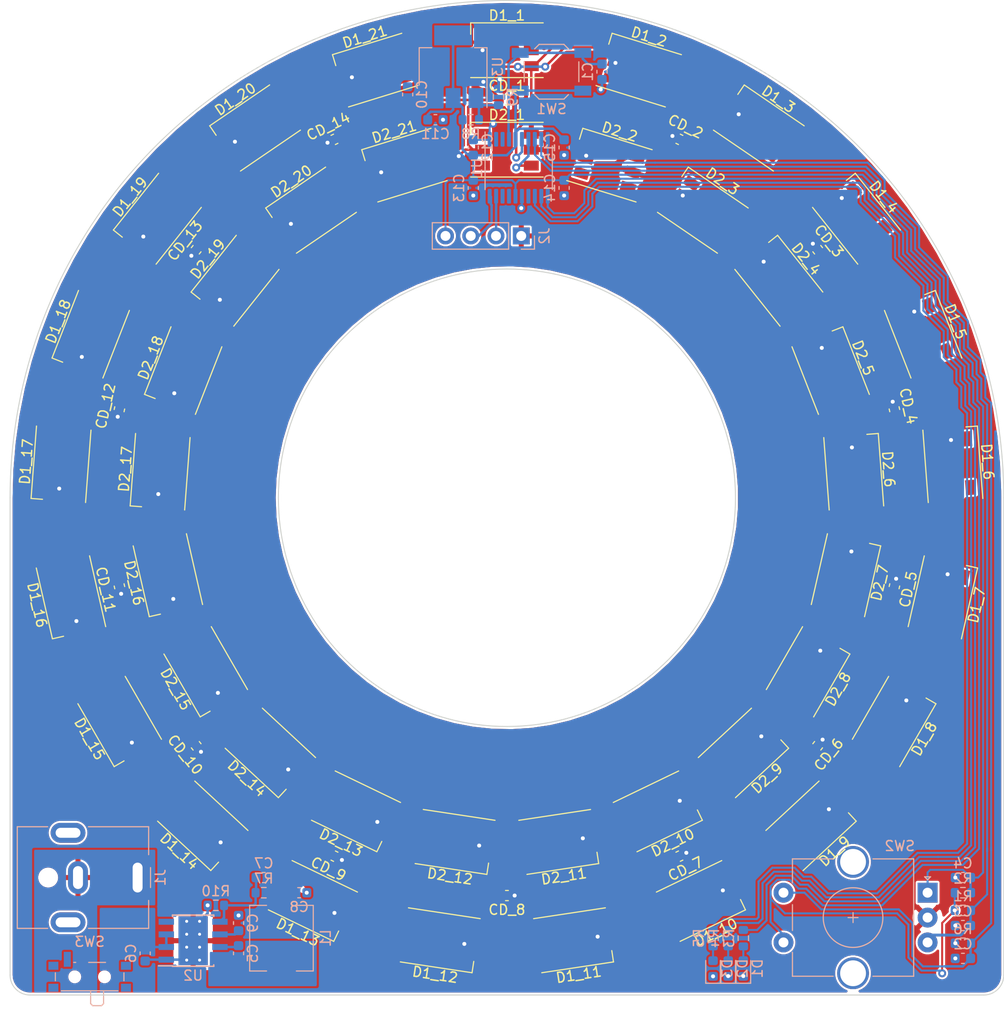
<source format=kicad_pcb>
(kicad_pcb (version 20171130) (host pcbnew "(5.1.9-0-10_14)")
  (layers (0 F.Cu signal) (31 B.Cu signal) (34 B.Paste user hide) (35 F.Paste user hide) (36 B.SilkS user) (37 F.SilkS user) (38 B.Mask user hide) (39 F.Mask user hide) (44 Edge.Cuts user))
  (net 0 "")
  (net 1 +5V)
  (net 2 GND)
  (net 3 "Net-(D1_1-Pad3)")
  (net 4 /block-1-2/BIN)
  (net 5 /block-1-2/DIN)
  (net 6 /block-1-3/BIN)
  (net 7 /block-1-3/DIN)
  (net 8 /block-1-4/BIN)
  (net 9 /block-1-4/DIN)
  (net 10 /block-1-5/BIN)
  (net 11 /block-1-5/DIN)
  (net 12 /block-1-6/BIN)
  (net 13 /block-1-6/DIN)
  (net 14 /block-1-7/BIN)
  (net 15 /block-1-7/DIN)
  (net 16 /block-1-7/BOUT)
  (net 17 "Net-(D1_16-Pad3)")
  (net 18 "Net-(D1_19-Pad3)")
  (net 19 "Net-(D1_4-Pad3)")
  (net 20 "Net-(D1_7-Pad3)")
  (net 21 "Net-(D1_10-Pad3)")
  (net 22 "Net-(D1_13-Pad3)")
  (net 23 +3V3)
  (net 24 /ROTARY2)
  (net 25 /ROTARY1)
  (net 26 /ROTARYSW)
  (net 27 VCC)
  (net 28 "Net-(D1-Pad2)")
  (net 29 "Net-(D2-Pad2)")
  (net 30 "Net-(D3-Pad2)")
  (net 31 /ROW1)
  (net 32 /ROW2)
  (net 33 /OPT_BRIGHT)
  (net 34 /OPT_RGB)
  (net 35 /OPT_AREA)
  (net 36 /SWCLK)
  (net 37 /SWDIO)
  (net 38 "Net-(C1-Pad1)")
  (net 39 "Net-(C5-Pad1)")
  (net 40 "Net-(C5-Pad2)")
  (net 41 "Net-(C7-Pad2)")
  (net 42 "Net-(C9-Pad1)")
  (net 43 "Net-(R8-Pad2)")
  (net 44 "Net-(D2_1-Pad3)")
  (net 45 /sheet614CE7E6/BIN)
  (net 46 /sheet614CE7E6/DIN)
  (net 47 "Net-(D2_4-Pad3)")
  (net 48 /sheet614D4836/BIN)
  (net 49 /sheet614D4836/DIN)
  (net 50 "Net-(D2_7-Pad3)")
  (net 51 /sheet614DA7FF/BIN)
  (net 52 /sheet614DA7FF/DIN)
  (net 53 "Net-(D2_10-Pad3)")
  (net 54 /sheet614E09A5/BIN)
  (net 55 /sheet614E09A5/DIN)
  (net 56 "Net-(D2_13-Pad3)")
  (net 57 /sheet614E6987/BIN)
  (net 58 /sheet614E6987/DIN)
  (net 59 "Net-(D2_16-Pad3)")
  (net 60 /sheet614EC919/BIN)
  (net 61 /sheet614EC919/DIN)
  (net 62 "Net-(D2_19-Pad3)")
  (net 63 /sheet614EC919/BOUT)
  (net 64 "Net-(J1-Pad1)")
  (module Button_Switch_SMD:SW_SPDT_PCM12 (layer B.Cu) (at 48.006 132.842 180)
    (fp_text reference SW3 (at 0 3.2 180) (layer B.SilkS) (effects (justify mirror)))
    (fp_text value SW_SPST)
    (pad "" smd rect (at -3.65 0.78 180) (size 1 0.8) (layers B.Cu B.Paste B.Mask))
    (pad "" smd rect (at 3.65 0.78 180) (size 1 0.8) (layers B.Cu B.Paste B.Mask))
    (pad "" smd rect (at 3.65 -1.43 180) (size 1 0.8) (layers B.Cu B.Paste B.Mask))
    (pad "" smd rect (at -3.65 -1.43 180) (size 1 0.8) (layers B.Cu B.Paste B.Mask))
    (pad 3 smd rect (at 2.25 1.43 180) (size 0.7 1.5) (layers B.Cu B.Paste B.Mask))
    (pad 2 smd rect (at 0.75 1.43 180) (size 0.7 1.5) (layers B.Cu B.Paste B.Mask) (net 64 "Net-(J1-Pad1)"))
    (pad 1 smd rect (at -2.25 1.43 180) (size 0.7 1.5) (layers B.Cu B.Paste B.Mask) (net 27 VCC))
    (pad "" np_thru_hole circle (at 1.5 -0.33 180) (size 0.9 0.9) (drill 0.9) (layers *.Cu *.Mask))
    (pad "" np_thru_hole circle (at -1.5 -0.33 180) (size 0.9 0.9) (drill 0.9) (layers *.Cu *.Mask))
  )
  (module LED_SMD:LED_WS2812_PLCC6_5.0x5.0mm_P1.6mm (layer F.Cu) (at 79.685236 51.554437 17.14)
    (fp_text reference D2_21 (at 0 -3.5 17.14) (layer F.SilkS))
    (fp_text value WS2813)
    (pad 1 smd rect (at -2.45 -1.6 17.14) (size 1.5 1) (layers F.Cu F.Paste F.Mask))
    (pad 2 smd rect (at -2.45 0 17.14) (size 1.5 1) (layers F.Cu F.Paste F.Mask) (net 1 +5V))
    (pad 3 smd rect (at -2.45 1.6 17.14) (size 1.5 1) (layers F.Cu F.Paste F.Mask))
    (pad 6 smd rect (at 2.45 -1.6 17.14) (size 1.5 1) (layers F.Cu F.Paste F.Mask) (net 62 "Net-(D2_19-Pad3)"))
    (pad 5 smd rect (at 2.45 0 17.14) (size 1.5 1) (layers F.Cu F.Paste F.Mask) (net 2 GND))
    (pad 4 smd rect (at 2.45 1.6 17.14) (size 1.5 1) (layers F.Cu F.Paste F.Mask) (net 63 /sheet614EC919/BOUT))
  )
  (module LED_SMD:LED_WS2812_PLCC6_5.0x5.0mm_P1.6mm (layer F.Cu) (at 70.285167 56.080708 34.283)
    (fp_text reference D2_20 (at 0 -3.5 34.283) (layer F.SilkS))
    (fp_text value WS2813)
    (pad 1 smd rect (at -2.45 -1.6 34.283) (size 1.5 1) (layers F.Cu F.Paste F.Mask))
    (pad 2 smd rect (at -2.45 0 34.283) (size 1.5 1) (layers F.Cu F.Paste F.Mask) (net 1 +5V))
    (pad 3 smd rect (at -2.45 1.6 34.283) (size 1.5 1) (layers F.Cu F.Paste F.Mask) (net 63 /sheet614EC919/BOUT))
    (pad 6 smd rect (at 2.45 -1.6 34.283) (size 1.5 1) (layers F.Cu F.Paste F.Mask) (net 61 /sheet614EC919/DIN))
    (pad 5 smd rect (at 2.45 0 34.283) (size 1.5 1) (layers F.Cu F.Paste F.Mask) (net 2 GND))
    (pad 4 smd rect (at 2.45 1.6 34.283) (size 1.5 1) (layers F.Cu F.Paste F.Mask) (net 62 "Net-(D2_19-Pad3)"))
  )
  (module LED_SMD:LED_WS2812_PLCC6_5.0x5.0mm_P1.6mm (layer F.Cu) (at 62.636877 63.176628 51.426)
    (fp_text reference D2_19 (at 0 -3.5 51.426) (layer F.SilkS))
    (fp_text value WS2813)
    (pad 1 smd rect (at -2.45 -1.6 51.426) (size 1.5 1) (layers F.Cu F.Paste F.Mask))
    (pad 2 smd rect (at -2.45 0 51.426) (size 1.5 1) (layers F.Cu F.Paste F.Mask) (net 1 +5V))
    (pad 3 smd rect (at -2.45 1.6 51.426) (size 1.5 1) (layers F.Cu F.Paste F.Mask) (net 62 "Net-(D2_19-Pad3)"))
    (pad 6 smd rect (at 2.45 -1.6 51.426) (size 1.5 1) (layers F.Cu F.Paste F.Mask) (net 60 /sheet614EC919/BIN))
    (pad 5 smd rect (at 2.45 0 51.426) (size 1.5 1) (layers F.Cu F.Paste F.Mask) (net 2 GND))
    (pad 4 smd rect (at 2.45 1.6 51.426) (size 1.5 1) (layers F.Cu F.Paste F.Mask) (net 61 /sheet614EC919/DIN))
  )
  (module LED_SMD:LED_WS2812_PLCC6_5.0x5.0mm_P1.6mm (layer F.Cu) (at 57.41996 72.211683 68.569)
    (fp_text reference D2_18 (at 0 -3.5 68.569) (layer F.SilkS))
    (fp_text value WS2813)
    (pad 1 smd rect (at -2.45 -1.6 68.569) (size 1.5 1) (layers F.Cu F.Paste F.Mask))
    (pad 2 smd rect (at -2.45 0 68.569) (size 1.5 1) (layers F.Cu F.Paste F.Mask) (net 1 +5V))
    (pad 3 smd rect (at -2.45 1.6 68.569) (size 1.5 1) (layers F.Cu F.Paste F.Mask) (net 61 /sheet614EC919/DIN))
    (pad 6 smd rect (at 2.45 -1.6 68.569) (size 1.5 1) (layers F.Cu F.Paste F.Mask) (net 59 "Net-(D2_16-Pad3)"))
    (pad 5 smd rect (at 2.45 0 68.569) (size 1.5 1) (layers F.Cu F.Paste F.Mask) (net 2 GND))
    (pad 4 smd rect (at 2.45 1.6 68.569) (size 1.5 1) (layers F.Cu F.Paste F.Mask) (net 60 /sheet614EC919/BIN))
  )
  (module LED_SMD:LED_WS2812_PLCC6_5.0x5.0mm_P1.6mm (layer F.Cu) (at 55.097971 82.383054 85.712)
    (fp_text reference D2_17 (at 0 -3.5 85.712) (layer F.SilkS))
    (fp_text value WS2813)
    (pad 1 smd rect (at -2.45 -1.6 85.712) (size 1.5 1) (layers F.Cu F.Paste F.Mask))
    (pad 2 smd rect (at -2.45 0 85.712) (size 1.5 1) (layers F.Cu F.Paste F.Mask) (net 1 +5V))
    (pad 3 smd rect (at -2.45 1.6 85.712) (size 1.5 1) (layers F.Cu F.Paste F.Mask) (net 60 /sheet614EC919/BIN))
    (pad 6 smd rect (at 2.45 -1.6 85.712) (size 1.5 1) (layers F.Cu F.Paste F.Mask) (net 58 /sheet614E6987/DIN))
    (pad 5 smd rect (at 2.45 0 85.712) (size 1.5 1) (layers F.Cu F.Paste F.Mask) (net 2 GND))
    (pad 4 smd rect (at 2.45 1.6 85.712) (size 1.5 1) (layers F.Cu F.Paste F.Mask) (net 59 "Net-(D2_16-Pad3)"))
  )
  (module LED_SMD:LED_WS2812_PLCC6_5.0x5.0mm_P1.6mm (layer F.Cu) (at 55.877231 92.786956 102.855)
    (fp_text reference D2_16 (at 0 -3.5 102.855) (layer F.SilkS))
    (fp_text value WS2813)
    (pad 1 smd rect (at -2.45 -1.6 102.855) (size 1.5 1) (layers F.Cu F.Paste F.Mask))
    (pad 2 smd rect (at -2.45 0 102.855) (size 1.5 1) (layers F.Cu F.Paste F.Mask) (net 1 +5V))
    (pad 3 smd rect (at -2.45 1.6 102.855) (size 1.5 1) (layers F.Cu F.Paste F.Mask) (net 59 "Net-(D2_16-Pad3)"))
    (pad 6 smd rect (at 2.45 -1.6 102.855) (size 1.5 1) (layers F.Cu F.Paste F.Mask) (net 57 /sheet614E6987/BIN))
    (pad 5 smd rect (at 2.45 0 102.855) (size 1.5 1) (layers F.Cu F.Paste F.Mask) (net 2 GND))
    (pad 4 smd rect (at 2.45 1.6 102.855) (size 1.5 1) (layers F.Cu F.Paste F.Mask) (net 58 /sheet614E6987/DIN))
  )
  (module LED_SMD:LED_WS2812_PLCC6_5.0x5.0mm_P1.6mm (layer F.Cu) (at 59.6885 102.498941 119.998)
    (fp_text reference D2_15 (at 0 -3.5 119.998) (layer F.SilkS))
    (fp_text value WS2813)
    (pad 1 smd rect (at -2.45 -1.6 119.998) (size 1.5 1) (layers F.Cu F.Paste F.Mask))
    (pad 2 smd rect (at -2.45 0 119.998) (size 1.5 1) (layers F.Cu F.Paste F.Mask) (net 1 +5V))
    (pad 3 smd rect (at -2.45 1.6 119.998) (size 1.5 1) (layers F.Cu F.Paste F.Mask) (net 58 /sheet614E6987/DIN))
    (pad 6 smd rect (at 2.45 -1.6 119.998) (size 1.5 1) (layers F.Cu F.Paste F.Mask) (net 56 "Net-(D2_13-Pad3)"))
    (pad 5 smd rect (at 2.45 0 119.998) (size 1.5 1) (layers F.Cu F.Paste F.Mask) (net 2 GND))
    (pad 4 smd rect (at 2.45 1.6 119.998) (size 1.5 1) (layers F.Cu F.Paste F.Mask) (net 57 /sheet614E6987/BIN))
  )
  (module LED_SMD:LED_WS2812_PLCC6_5.0x5.0mm_P1.6mm (layer F.Cu) (at 66.193122 110.656043 137.141)
    (fp_text reference D2_14 (at 0 -3.5 137.141) (layer F.SilkS))
    (fp_text value WS2813)
    (pad 1 smd rect (at -2.45 -1.6 137.141) (size 1.5 1) (layers F.Cu F.Paste F.Mask))
    (pad 2 smd rect (at -2.45 0 137.141) (size 1.5 1) (layers F.Cu F.Paste F.Mask) (net 1 +5V))
    (pad 3 smd rect (at -2.45 1.6 137.141) (size 1.5 1) (layers F.Cu F.Paste F.Mask) (net 57 /sheet614E6987/BIN))
    (pad 6 smd rect (at 2.45 -1.6 137.141) (size 1.5 1) (layers F.Cu F.Paste F.Mask) (net 55 /sheet614E09A5/DIN))
    (pad 5 smd rect (at 2.45 0 137.141) (size 1.5 1) (layers F.Cu F.Paste F.Mask) (net 2 GND))
    (pad 4 smd rect (at 2.45 1.6 137.141) (size 1.5 1) (layers F.Cu F.Paste F.Mask) (net 56 "Net-(D2_13-Pad3)"))
  )
  (module LED_SMD:LED_WS2812_PLCC6_5.0x5.0mm_P1.6mm (layer F.Cu) (at 74.813125 116.533456 154.284)
    (fp_text reference D2_13 (at 0 -3.5 154.284) (layer F.SilkS))
    (fp_text value WS2813)
    (pad 1 smd rect (at -2.45 -1.6 154.284) (size 1.5 1) (layers F.Cu F.Paste F.Mask))
    (pad 2 smd rect (at -2.45 0 154.284) (size 1.5 1) (layers F.Cu F.Paste F.Mask) (net 1 +5V))
    (pad 3 smd rect (at -2.45 1.6 154.284) (size 1.5 1) (layers F.Cu F.Paste F.Mask) (net 56 "Net-(D2_13-Pad3)"))
    (pad 6 smd rect (at 2.45 -1.6 154.284) (size 1.5 1) (layers F.Cu F.Paste F.Mask) (net 54 /sheet614E09A5/BIN))
    (pad 5 smd rect (at 2.45 0 154.284) (size 1.5 1) (layers F.Cu F.Paste F.Mask) (net 2 GND))
    (pad 4 smd rect (at 2.45 1.6 154.284) (size 1.5 1) (layers F.Cu F.Paste F.Mask) (net 55 /sheet614E09A5/DIN))
  )
  (module LED_SMD:LED_WS2812_PLCC6_5.0x5.0mm_P1.6mm (layer F.Cu) (at 84.782571 119.608935 171.427)
    (fp_text reference D2_12 (at 0 -3.5 171.427) (layer F.SilkS))
    (fp_text value WS2813)
    (pad 1 smd rect (at -2.45 -1.6 171.427) (size 1.5 1) (layers F.Cu F.Paste F.Mask))
    (pad 2 smd rect (at -2.45 0 171.427) (size 1.5 1) (layers F.Cu F.Paste F.Mask) (net 1 +5V))
    (pad 3 smd rect (at -2.45 1.6 171.427) (size 1.5 1) (layers F.Cu F.Paste F.Mask) (net 55 /sheet614E09A5/DIN))
    (pad 6 smd rect (at 2.45 -1.6 171.427) (size 1.5 1) (layers F.Cu F.Paste F.Mask) (net 53 "Net-(D2_10-Pad3)"))
    (pad 5 smd rect (at 2.45 0 171.427) (size 1.5 1) (layers F.Cu F.Paste F.Mask) (net 2 GND))
    (pad 4 smd rect (at 2.45 1.6 171.427) (size 1.5 1) (layers F.Cu F.Paste F.Mask) (net 54 /sheet614E09A5/BIN))
  )
  (module LED_SMD:LED_WS2812_PLCC6_5.0x5.0mm_P1.6mm (layer F.Cu) (at 95.215616 119.609208 188.57)
    (fp_text reference D2_11 (at 0 -3.5 188.57) (layer F.SilkS))
    (fp_text value WS2813)
    (pad 1 smd rect (at -2.45 -1.6 188.57) (size 1.5 1) (layers F.Cu F.Paste F.Mask))
    (pad 2 smd rect (at -2.45 0 188.57) (size 1.5 1) (layers F.Cu F.Paste F.Mask) (net 1 +5V))
    (pad 3 smd rect (at -2.45 1.6 188.57) (size 1.5 1) (layers F.Cu F.Paste F.Mask) (net 54 /sheet614E09A5/BIN))
    (pad 6 smd rect (at 2.45 -1.6 188.57) (size 1.5 1) (layers F.Cu F.Paste F.Mask) (net 52 /sheet614DA7FF/DIN))
    (pad 5 smd rect (at 2.45 0 188.57) (size 1.5 1) (layers F.Cu F.Paste F.Mask) (net 2 GND))
    (pad 4 smd rect (at 2.45 1.6 188.57) (size 1.5 1) (layers F.Cu F.Paste F.Mask) (net 53 "Net-(D2_10-Pad3)"))
  )
  (module LED_SMD:LED_WS2812_PLCC6_5.0x5.0mm_P1.6mm (layer F.Cu) (at 105.185223 116.534251 205.713)
    (fp_text reference D2_10 (at 0 -3.5 205.713) (layer F.SilkS))
    (fp_text value WS2813)
    (pad 1 smd rect (at -2.45 -1.6 205.713) (size 1.5 1) (layers F.Cu F.Paste F.Mask))
    (pad 2 smd rect (at -2.45 0 205.713) (size 1.5 1) (layers F.Cu F.Paste F.Mask) (net 1 +5V))
    (pad 3 smd rect (at -2.45 1.6 205.713) (size 1.5 1) (layers F.Cu F.Paste F.Mask) (net 53 "Net-(D2_10-Pad3)"))
    (pad 6 smd rect (at 2.45 -1.6 205.713) (size 1.5 1) (layers F.Cu F.Paste F.Mask) (net 51 /sheet614DA7FF/BIN))
    (pad 5 smd rect (at 2.45 0 205.713) (size 1.5 1) (layers F.Cu F.Paste F.Mask) (net 2 GND))
    (pad 4 smd rect (at 2.45 1.6 205.713) (size 1.5 1) (layers F.Cu F.Paste F.Mask) (net 52 /sheet614DA7FF/DIN))
  )
  (module LED_SMD:LED_WS2812_PLCC6_5.0x5.0mm_P1.6mm (layer F.Cu) (at 113.805534 110.65729 222.856)
    (fp_text reference D2_9 (at 0 -3.5 222.856) (layer F.SilkS))
    (fp_text value WS2813)
    (pad 1 smd rect (at -2.45 -1.6 222.856) (size 1.5 1) (layers F.Cu F.Paste F.Mask))
    (pad 2 smd rect (at -2.45 0 222.856) (size 1.5 1) (layers F.Cu F.Paste F.Mask) (net 1 +5V))
    (pad 3 smd rect (at -2.45 1.6 222.856) (size 1.5 1) (layers F.Cu F.Paste F.Mask) (net 52 /sheet614DA7FF/DIN))
    (pad 6 smd rect (at 2.45 -1.6 222.856) (size 1.5 1) (layers F.Cu F.Paste F.Mask) (net 50 "Net-(D2_7-Pad3)"))
    (pad 5 smd rect (at 2.45 0 222.856) (size 1.5 1) (layers F.Cu F.Paste F.Mask) (net 2 GND))
    (pad 4 smd rect (at 2.45 1.6 222.856) (size 1.5 1) (layers F.Cu F.Paste F.Mask) (net 51 /sheet614DA7FF/BIN))
  )
  (module LED_SMD:LED_WS2812_PLCC6_5.0x5.0mm_P1.6mm (layer F.Cu) (at 120.310583 102.500529 239.999)
    (fp_text reference D2_8 (at 0 -3.5 239.999) (layer F.SilkS))
    (fp_text value WS2813)
    (pad 1 smd rect (at -2.45 -1.6 239.999) (size 1.5 1) (layers F.Cu F.Paste F.Mask))
    (pad 2 smd rect (at -2.45 0 239.999) (size 1.5 1) (layers F.Cu F.Paste F.Mask) (net 1 +5V))
    (pad 3 smd rect (at -2.45 1.6 239.999) (size 1.5 1) (layers F.Cu F.Paste F.Mask) (net 51 /sheet614DA7FF/BIN))
    (pad 6 smd rect (at 2.45 -1.6 239.999) (size 1.5 1) (layers F.Cu F.Paste F.Mask) (net 49 /sheet614D4836/DIN))
    (pad 5 smd rect (at 2.45 0 239.999) (size 1.5 1) (layers F.Cu F.Paste F.Mask) (net 2 GND))
    (pad 4 smd rect (at 2.45 1.6 239.999) (size 1.5 1) (layers F.Cu F.Paste F.Mask) (net 50 "Net-(D2_7-Pad3)"))
  )
  (module LED_SMD:LED_WS2812_PLCC6_5.0x5.0mm_P1.6mm (layer F.Cu) (at 124.12236 92.788743 257.142)
    (fp_text reference D2_7 (at 0 -3.5 257.142) (layer F.SilkS))
    (fp_text value WS2813)
    (pad 1 smd rect (at -2.45 -1.6 257.142) (size 1.5 1) (layers F.Cu F.Paste F.Mask))
    (pad 2 smd rect (at -2.45 0 257.142) (size 1.5 1) (layers F.Cu F.Paste F.Mask) (net 1 +5V))
    (pad 3 smd rect (at -2.45 1.6 257.142) (size 1.5 1) (layers F.Cu F.Paste F.Mask) (net 50 "Net-(D2_7-Pad3)"))
    (pad 6 smd rect (at 2.45 -1.6 257.142) (size 1.5 1) (layers F.Cu F.Paste F.Mask) (net 48 /sheet614D4836/BIN))
    (pad 5 smd rect (at 2.45 0 257.142) (size 1.5 1) (layers F.Cu F.Paste F.Mask) (net 2 GND))
    (pad 4 smd rect (at 2.45 1.6 257.142) (size 1.5 1) (layers F.Cu F.Paste F.Mask) (net 49 /sheet614D4836/DIN))
  )
  (module LED_SMD:LED_WS2812_PLCC6_5.0x5.0mm_P1.6mm (layer F.Cu) (at 124.902165 82.384881 274.285)
    (fp_text reference D2_6 (at 0 -3.5 274.285) (layer F.SilkS))
    (fp_text value WS2813)
    (pad 1 smd rect (at -2.45 -1.6 274.285) (size 1.5 1) (layers F.Cu F.Paste F.Mask))
    (pad 2 smd rect (at -2.45 0 274.285) (size 1.5 1) (layers F.Cu F.Paste F.Mask) (net 1 +5V))
    (pad 3 smd rect (at -2.45 1.6 274.285) (size 1.5 1) (layers F.Cu F.Paste F.Mask) (net 49 /sheet614D4836/DIN))
    (pad 6 smd rect (at 2.45 -1.6 274.285) (size 1.5 1) (layers F.Cu F.Paste F.Mask) (net 47 "Net-(D2_4-Pad3)"))
    (pad 5 smd rect (at 2.45 0 274.285) (size 1.5 1) (layers F.Cu F.Paste F.Mask) (net 2 GND))
    (pad 4 smd rect (at 2.45 1.6 274.285) (size 1.5 1) (layers F.Cu F.Paste F.Mask) (net 48 /sheet614D4836/BIN))
  )
  (module LED_SMD:LED_WS2812_PLCC6_5.0x5.0mm_P1.6mm (layer F.Cu) (at 122.580708 72.213389 291.428)
    (fp_text reference D2_5 (at 0 -3.5 291.428) (layer F.SilkS))
    (fp_text value WS2813)
    (pad 1 smd rect (at -2.45 -1.6 291.428) (size 1.5 1) (layers F.Cu F.Paste F.Mask))
    (pad 2 smd rect (at -2.45 0 291.428) (size 1.5 1) (layers F.Cu F.Paste F.Mask) (net 1 +5V))
    (pad 3 smd rect (at -2.45 1.6 291.428) (size 1.5 1) (layers F.Cu F.Paste F.Mask) (net 48 /sheet614D4836/BIN))
    (pad 6 smd rect (at 2.45 -1.6 291.428) (size 1.5 1) (layers F.Cu F.Paste F.Mask) (net 46 /sheet614CE7E6/DIN))
    (pad 5 smd rect (at 2.45 0 291.428) (size 1.5 1) (layers F.Cu F.Paste F.Mask) (net 2 GND))
    (pad 4 smd rect (at 2.45 1.6 291.428) (size 1.5 1) (layers F.Cu F.Paste F.Mask) (net 47 "Net-(D2_4-Pad3)"))
  )
  (module LED_SMD:LED_WS2812_PLCC6_5.0x5.0mm_P1.6mm (layer F.Cu) (at 117.364265 63.178061 308.571)
    (fp_text reference D2_4 (at 0 -3.5 308.571) (layer F.SilkS))
    (fp_text value WS2813)
    (pad 1 smd rect (at -2.45 -1.6 308.571) (size 1.5 1) (layers F.Cu F.Paste F.Mask))
    (pad 2 smd rect (at -2.45 0 308.571) (size 1.5 1) (layers F.Cu F.Paste F.Mask) (net 1 +5V))
    (pad 3 smd rect (at -2.45 1.6 308.571) (size 1.5 1) (layers F.Cu F.Paste F.Mask) (net 47 "Net-(D2_4-Pad3)"))
    (pad 6 smd rect (at 2.45 -1.6 308.571) (size 1.5 1) (layers F.Cu F.Paste F.Mask) (net 45 /sheet614CE7E6/BIN))
    (pad 5 smd rect (at 2.45 0 308.571) (size 1.5 1) (layers F.Cu F.Paste F.Mask) (net 2 GND))
    (pad 4 smd rect (at 2.45 1.6 308.571) (size 1.5 1) (layers F.Cu F.Paste F.Mask) (net 46 /sheet614CE7E6/DIN))
  )
  (module LED_SMD:LED_WS2812_PLCC6_5.0x5.0mm_P1.6mm (layer F.Cu) (at 109.716346 56.081741 325.714)
    (fp_text reference D2_3 (at 0 -3.5 325.714) (layer F.SilkS))
    (fp_text value WS2813)
    (pad 1 smd rect (at -2.45 -1.6 325.714) (size 1.5 1) (layers F.Cu F.Paste F.Mask))
    (pad 2 smd rect (at -2.45 0 325.714) (size 1.5 1) (layers F.Cu F.Paste F.Mask) (net 1 +5V))
    (pad 3 smd rect (at -2.45 1.6 325.714) (size 1.5 1) (layers F.Cu F.Paste F.Mask) (net 46 /sheet614CE7E6/DIN))
    (pad 6 smd rect (at 2.45 -1.6 325.714) (size 1.5 1) (layers F.Cu F.Paste F.Mask) (net 44 "Net-(D2_1-Pad3)"))
    (pad 5 smd rect (at 2.45 0 325.714) (size 1.5 1) (layers F.Cu F.Paste F.Mask) (net 2 GND))
    (pad 4 smd rect (at 2.45 1.6 325.714) (size 1.5 1) (layers F.Cu F.Paste F.Mask) (net 45 /sheet614CE7E6/BIN))
  )
  (module LED_SMD:LED_WS2812_PLCC6_5.0x5.0mm_P1.6mm (layer F.Cu) (at 100.316514 51.554977 342.857)
    (fp_text reference D2_2 (at 0 -3.5 342.857) (layer F.SilkS))
    (fp_text value WS2813)
    (pad 1 smd rect (at -2.45 -1.6 342.857) (size 1.5 1) (layers F.Cu F.Paste F.Mask))
    (pad 2 smd rect (at -2.45 0 342.857) (size 1.5 1) (layers F.Cu F.Paste F.Mask) (net 1 +5V))
    (pad 3 smd rect (at -2.45 1.6 342.857) (size 1.5 1) (layers F.Cu F.Paste F.Mask) (net 45 /sheet614CE7E6/BIN))
    (pad 6 smd rect (at 2.45 -1.6 342.857) (size 1.5 1) (layers F.Cu F.Paste F.Mask) (net 32 /ROW2))
    (pad 5 smd rect (at 2.45 0 342.857) (size 1.5 1) (layers F.Cu F.Paste F.Mask) (net 2 GND))
    (pad 4 smd rect (at 2.45 1.6 342.857) (size 1.5 1) (layers F.Cu F.Paste F.Mask) (net 44 "Net-(D2_1-Pad3)"))
  )
  (module LED_SMD:LED_WS2812_PLCC6_5.0x5.0mm_P1.6mm (layer F.Cu) (at 90 50)
    (fp_text reference D2_1 (at 0 -3.5) (layer F.SilkS))
    (fp_text value WS2813)
    (pad 1 smd rect (at -2.45 -1.6) (size 1.5 1) (layers F.Cu F.Paste F.Mask))
    (pad 2 smd rect (at -2.45 0) (size 1.5 1) (layers F.Cu F.Paste F.Mask) (net 1 +5V))
    (pad 3 smd rect (at -2.45 1.6) (size 1.5 1) (layers F.Cu F.Paste F.Mask) (net 44 "Net-(D2_1-Pad3)"))
    (pad 6 smd rect (at 2.45 -1.6) (size 1.5 1) (layers F.Cu F.Paste F.Mask) (net 2 GND))
    (pad 5 smd rect (at 2.45 0) (size 1.5 1) (layers F.Cu F.Paste F.Mask) (net 2 GND))
    (pad 4 smd rect (at 2.45 1.6) (size 1.5 1) (layers F.Cu F.Paste F.Mask) (net 32 /ROW2))
  )
  (module Capacitor_SMD:C_0603_1608Metric (layer F.Cu) (at 72.642314 48.96237 25.718)
    (fp_text reference CD_14 (at 0 -1.43 25.718) (layer F.SilkS))
    (fp_text value 1uF)
    (pad 2 smd roundrect (at 0.775 0 25.718) (size 0.9 0.95) (layers F.Cu F.Paste F.Mask) (net 2 GND))
    (pad 1 smd roundrect (at -0.775 0 25.718) (size 0.9 0.95) (layers F.Cu F.Paste F.Mask) (net 1 +5V))
  )
  (module Capacitor_SMD:C_0603_1608Metric (layer F.Cu) (at 58.725248 60.062279 51.432)
    (fp_text reference CD_13 (at 0 -1.43 51.432) (layer F.SilkS))
    (fp_text value 1uF)
    (pad 2 smd roundrect (at 0.775 0 51.432) (size 0.9 0.95) (layers F.Cu F.Paste F.Mask) (net 2 GND))
    (pad 1 smd roundrect (at -0.775 0 51.432) (size 0.9 0.95) (layers F.Cu F.Paste F.Mask) (net 1 +5V))
  )
  (module Capacitor_SMD:C_0603_1608Metric (layer F.Cu) (at 51.002395 76.101301 77.146)
    (fp_text reference CD_12 (at 0 -1.43 77.146) (layer F.SilkS))
    (fp_text value 1uF)
    (pad 2 smd roundrect (at 0.775 0 77.146) (size 0.9 0.95) (layers F.Cu F.Paste F.Mask) (net 2 GND))
    (pad 1 smd roundrect (at -0.775 0 77.146) (size 0.9 0.95) (layers F.Cu F.Paste F.Mask) (net 1 +5V))
  )
  (module Capacitor_SMD:C_0603_1608Metric (layer F.Cu) (at 58.72786 109.940995 128.574)
    (fp_text reference CD_10 (at 0 -1.43 128.574) (layer F.SilkS))
    (fp_text value 1uF)
    (pad 2 smd roundrect (at 0.775 0 128.574) (size 0.9 0.95) (layers F.Cu F.Paste F.Mask) (net 2 GND))
    (pad 1 smd roundrect (at -0.775 0 128.574) (size 0.9 0.95) (layers F.Cu F.Paste F.Mask) (net 1 +5V))
  )
  (module Capacitor_SMD:C_0603_1608Metric (layer F.Cu) (at 72.646088 121.039447 154.288)
    (fp_text reference CD_9 (at 0 -1.43 154.288) (layer F.SilkS))
    (fp_text value 1uF)
    (pad 2 smd roundrect (at 0.775 0 154.288) (size 0.9 0.95) (layers F.Cu F.Paste F.Mask) (net 2 GND))
    (pad 1 smd roundrect (at -0.775 0 154.288) (size 0.9 0.95) (layers F.Cu F.Paste F.Mask) (net 1 +5V))
  )
  (module Capacitor_SMD:C_0603_1608Metric (layer F.Cu) (at 90.001396 124.999999 180.002)
    (fp_text reference CD_8 (at 0 -1.43 180.002) (layer F.SilkS))
    (fp_text value 1uF)
    (pad 2 smd roundrect (at 0.775 0 180.002) (size 0.9 0.95) (layers F.Cu F.Paste F.Mask) (net 2 GND))
    (pad 1 smd roundrect (at -0.775 0 180.002) (size 0.9 0.95) (layers F.Cu F.Paste F.Mask) (net 1 +5V))
  )
  (module Inductor_SMD:L_6.3x6.3_H3 (layer B.Cu) (at 67.31 129.286 90)
    (fp_text reference L1 (at 0 4.45 -90) (layer B.SilkS) (effects (justify mirror)))
    (fp_text value 0.2uH)
    (pad 1 smd rect (at -2.75 0 90) (size 1.5 2.4) (layers B.Cu B.Paste B.Mask) (net 39 "Net-(C5-Pad1)"))
    (pad 2 smd rect (at 2.75 0 90) (size 1.5 2.4) (layers B.Cu B.Paste B.Mask) (net 1 +5V))
  )
  (module Rotary_Encoder:RotaryEncoder_Alps_EC11E-Switch_Vertical_H20mm_CircularMountingHoles (layer B.Cu) (at 132.334 124.714 180)
    (fp_text reference SW2 (at 2.8 4.7) (layer B.SilkS) (effects (justify mirror)))
    (fp_text value Rotary_Encoder_Switch)
    (pad S1 thru_hole circle (at 14.5 -5 180) (size 2 2) (drill 1) (layers *.Cu *.Mask) (net 23 +3V3))
    (pad S2 thru_hole circle (at 14.5 0 180) (size 2 2) (drill 1) (layers *.Cu *.Mask) (net 26 /ROTARYSW))
    (pad MP thru_hole circle (at 7.5 -8.1 180) (size 3.2 3.2) (drill 2.6) (layers *.Cu *.Mask))
    (pad MP thru_hole circle (at 7.5 3.1 180) (size 3.2 3.2) (drill 2.6) (layers *.Cu *.Mask))
    (pad B thru_hole circle (at 0 -5 180) (size 2 2) (drill 1) (layers *.Cu *.Mask) (net 24 /ROTARY2))
    (pad C thru_hole circle (at 0 -2.5 180) (size 2 2) (drill 1) (layers *.Cu *.Mask) (net 2 GND))
    (pad A thru_hole rect (at 0 0 180) (size 2 2) (drill 1) (layers *.Cu *.Mask) (net 25 /ROTARY1))
  )
  (module Connector_PinHeader_2.54mm:PinHeader_1x04_P2.54mm_Vertical (layer B.Cu) (at 91.44 58.674 90)
    (fp_text reference J2 (at 0 2.33 90) (layer B.SilkS) (effects (justify mirror)))
    (fp_text value Conn_01x04_Female)
    (pad 1 thru_hole rect (at 0 0 90) (size 1.7 1.7) (drill 1) (layers *.Cu *.Mask) (net 2 GND))
    (pad 2 thru_hole oval (at 0 -2.54 90) (size 1.7 1.7) (drill 1) (layers *.Cu *.Mask) (net 37 /SWDIO))
    (pad 3 thru_hole oval (at 0 -5.08 90) (size 1.7 1.7) (drill 1) (layers *.Cu *.Mask) (net 36 /SWCLK))
    (pad 4 thru_hole oval (at 0 -7.62 90) (size 1.7 1.7) (drill 1) (layers *.Cu *.Mask) (net 23 +3V3))
  )
  (module Package_SO:Texas_HSOP-8-1EP_3.9x4.9mm_P1.27mm_ThermalVias (layer B.Cu) (at 58.42 129.540001)
    (fp_text reference U2 (at 0 3.5) (layer B.SilkS) (effects (justify mirror)))
    (fp_text value LMR33620CDDA)
    (pad 9 smd rect (at 0 0) (size 2.95 4.9) (layers B.Cu) (net 2 GND))
    (pad 9 smd rect (at 0 0) (size 2.95 4.9) (layers F.Cu) (net 2 GND))
    (pad 1 smd rect (at -2.7 1.905) (size 1.55 0.6) (layers B.Cu B.Paste B.Mask) (net 2 GND))
    (pad 2 smd rect (at -2.7 0.635) (size 1.55 0.6) (layers B.Cu B.Paste B.Mask) (net 27 VCC))
    (pad 3 smd rect (at -2.7 -0.635) (size 1.55 0.6) (layers B.Cu B.Paste B.Mask) (net 27 VCC))
    (pad 4 smd rect (at -2.7 -1.905) (size 1.55 0.6) (layers B.Cu B.Paste B.Mask))
    (pad 5 smd rect (at 2.7 -1.905) (size 1.55 0.6) (layers B.Cu B.Paste B.Mask) (net 41 "Net-(C7-Pad2)"))
    (pad 6 smd rect (at 2.7 -0.635) (size 1.55 0.6) (layers B.Cu B.Paste B.Mask) (net 42 "Net-(C9-Pad1)"))
    (pad 7 smd rect (at 2.7 0.635) (size 1.55 0.6) (layers B.Cu B.Paste B.Mask) (net 40 "Net-(C5-Pad2)"))
    (pad 8 smd rect (at 2.7 1.905) (size 1.55 0.6) (layers B.Cu B.Paste B.Mask) (net 39 "Net-(C5-Pad1)"))
    (pad 9 thru_hole circle (at -0.65 1.95) (size 0.6 0.6) (drill 0.3) (layers *.Cu) (net 2 GND))
    (pad 9 thru_hole circle (at -0.65 0.65) (size 0.6 0.6) (drill 0.3) (layers *.Cu) (net 2 GND))
    (pad 9 thru_hole circle (at 0.65 0.65) (size 0.6 0.6) (drill 0.3) (layers *.Cu) (net 2 GND))
    (pad 9 thru_hole circle (at 0.65 1.95) (size 0.6 0.6) (drill 0.3) (layers *.Cu) (net 2 GND))
    (pad 9 thru_hole circle (at -0.65 -1.95) (size 0.6 0.6) (drill 0.3) (layers *.Cu) (net 2 GND))
    (pad 9 thru_hole circle (at -0.65 -0.65) (size 0.6 0.6) (drill 0.3) (layers *.Cu) (net 2 GND))
    (pad 9 thru_hole circle (at 0.65 -0.65) (size 0.6 0.6) (drill 0.3) (layers *.Cu) (net 2 GND))
    (pad 9 thru_hole circle (at 0.65 -1.95) (size 0.6 0.6) (drill 0.3) (layers *.Cu) (net 2 GND))
  )
  (module Package_TO_SOT_SMD:SOT-223-3_TabPin2 (layer B.Cu) (at 84.582 41.655999 90)
    (fp_text reference U3 (at 0 4.5 90) (layer B.SilkS) (effects (justify mirror)))
    (fp_text value LM317_SOT-223)
    (pad 2 smd rect (at 3.15 0 90) (size 2 3.8) (layers B.Cu B.Paste B.Mask) (net 23 +3V3))
    (pad 2 smd rect (at -3.15 0 90) (size 2 1.5) (layers B.Cu B.Paste B.Mask) (net 23 +3V3))
    (pad 3 smd rect (at -3.15 -2.3 90) (size 2 1.5) (layers B.Cu B.Paste B.Mask) (net 1 +5V))
    (pad 1 smd rect (at -3.15 2.3 90) (size 2 1.5) (layers B.Cu B.Paste B.Mask) (net 43 "Net-(R8-Pad2)"))
  )
  (module Package_SO:TSSOP-20_4.4x6.5mm_P0.65mm (layer B.Cu) (at 91.186 51.816 270)
    (fp_text reference U1 (at 0 4.2 90) (layer B.SilkS) (effects (justify mirror)))
    (fp_text value STM32L031F4Px)
    (pad 1 smd roundrect (at -2.8625 2.925 270) (size 1.475 0.4) (layers B.Cu B.Paste B.Mask) (net 2 GND))
    (pad 2 smd roundrect (at -2.8625 2.275 270) (size 1.475 0.4) (layers B.Cu B.Paste B.Mask))
    (pad 3 smd roundrect (at -2.8625 1.625 270) (size 1.475 0.4) (layers B.Cu B.Paste B.Mask))
    (pad 4 smd roundrect (at -2.8625 0.975 270) (size 1.475 0.4) (layers B.Cu B.Paste B.Mask) (net 38 "Net-(C1-Pad1)"))
    (pad 5 smd roundrect (at -2.8625 0.325 270) (size 1.475 0.4) (layers B.Cu B.Paste B.Mask) (net 23 +3V3))
    (pad 6 smd roundrect (at -2.8625 -0.325 270) (size 1.475 0.4) (layers B.Cu B.Paste B.Mask) (net 31 /ROW1))
    (pad 7 smd roundrect (at -2.8625 -0.975 270) (size 1.475 0.4) (layers B.Cu B.Paste B.Mask) (net 32 /ROW2))
    (pad 8 smd roundrect (at -2.8625 -1.625 270) (size 1.475 0.4) (layers B.Cu B.Paste B.Mask) (net 25 /ROTARY1))
    (pad 9 smd roundrect (at -2.8625 -2.275 270) (size 1.475 0.4) (layers B.Cu B.Paste B.Mask) (net 24 /ROTARY2))
    (pad 10 smd roundrect (at -2.8625 -2.925 270) (size 1.475 0.4) (layers B.Cu B.Paste B.Mask) (net 26 /ROTARYSW))
    (pad 11 smd roundrect (at 2.8625 -2.925 270) (size 1.475 0.4) (layers B.Cu B.Paste B.Mask) (net 33 /OPT_BRIGHT))
    (pad 12 smd roundrect (at 2.8625 -2.275 270) (size 1.475 0.4) (layers B.Cu B.Paste B.Mask) (net 34 /OPT_RGB))
    (pad 13 smd roundrect (at 2.8625 -1.625 270) (size 1.475 0.4) (layers B.Cu B.Paste B.Mask) (net 35 /OPT_AREA))
    (pad 14 smd roundrect (at 2.8625 -0.975 270) (size 1.475 0.4) (layers B.Cu B.Paste B.Mask))
    (pad 15 smd roundrect (at 2.8625 -0.325 270) (size 1.475 0.4) (layers B.Cu B.Paste B.Mask) (net 2 GND))
    (pad 16 smd roundrect (at 2.8625 0.325 270) (size 1.475 0.4) (layers B.Cu B.Paste B.Mask) (net 23 +3V3))
    (pad 17 smd roundrect (at 2.8625 0.975 270) (size 1.475 0.4) (layers B.Cu B.Paste B.Mask))
    (pad 18 smd roundrect (at 2.8625 1.625 270) (size 1.475 0.4) (layers B.Cu B.Paste B.Mask))
    (pad 19 smd roundrect (at 2.8625 2.275 270) (size 1.475 0.4) (layers B.Cu B.Paste B.Mask) (net 37 /SWDIO))
    (pad 20 smd roundrect (at 2.8625 2.925 270) (size 1.475 0.4) (layers B.Cu B.Paste B.Mask) (net 36 /SWCLK))
  )
  (module Button_Switch_SMD:SW_SPST_TL3342 (layer B.Cu) (at 94.488 42.164)
    (fp_text reference SW1 (at 0 3.75 180) (layer B.SilkS) (effects (justify mirror)))
    (fp_text value SW_SPST)
    (pad 1 smd rect (at -3.15 1.9) (size 1.7 1) (layers B.Cu B.Paste B.Mask) (net 23 +3V3))
    (pad 1 smd rect (at 3.15 1.9) (size 1.7 1) (layers B.Cu B.Paste B.Mask) (net 23 +3V3))
    (pad 2 smd rect (at -3.15 -1.9) (size 1.7 1) (layers B.Cu B.Paste B.Mask) (net 38 "Net-(C1-Pad1)"))
    (pad 2 smd rect (at 3.15 -1.9) (size 1.7 1) (layers B.Cu B.Paste B.Mask) (net 38 "Net-(C1-Pad1)"))
  )
  (module Resistor_SMD:R_0603_1608Metric (layer B.Cu) (at 60.706 125.983999 180)
    (fp_text reference R10 (at 0 1.43) (layer B.SilkS) (effects (justify mirror)))
    (fp_text value 200k)
    (pad 1 smd roundrect (at -0.825 0 180) (size 0.8 0.95) (layers B.Cu B.Paste B.Mask) (net 41 "Net-(C7-Pad2)"))
    (pad 2 smd roundrect (at 0.825 0 180) (size 0.8 0.95) (layers B.Cu B.Paste B.Mask) (net 2 GND))
  )
  (module Resistor_SMD:R_0603_1608Metric (layer B.Cu) (at 65.532 124.714 180)
    (fp_text reference R7 (at 0 1.43) (layer B.SilkS) (effects (justify mirror)))
    (fp_text value 800k)
    (pad 1 smd roundrect (at -0.825 0 180) (size 0.8 0.95) (layers B.Cu B.Paste B.Mask) (net 1 +5V))
    (pad 2 smd roundrect (at 0.825 0 180) (size 0.8 0.95) (layers B.Cu B.Paste B.Mask) (net 41 "Net-(C7-Pad2)"))
  )
  (module Resistor_SMD:R_0603_1608Metric (layer B.Cu) (at 110.744 129.286 270)
    (fp_text reference R5 (at 0 1.43 270) (layer B.SilkS) (effects (justify mirror)))
    (fp_text value 220)
    (pad 1 smd roundrect (at -0.825 0 270) (size 0.8 0.95) (layers B.Cu B.Paste B.Mask) (net 35 /OPT_AREA))
    (pad 2 smd roundrect (at 0.825 0 270) (size 0.8 0.95) (layers B.Cu B.Paste B.Mask) (net 30 "Net-(D3-Pad2)"))
  )
  (module Resistor_SMD:R_0603_1608Metric (layer B.Cu) (at 112.267999 129.286001 270)
    (fp_text reference R4 (at 0 1.43 270) (layer B.SilkS) (effects (justify mirror)))
    (fp_text value 220)
    (pad 1 smd roundrect (at -0.825 0 270) (size 0.8 0.95) (layers B.Cu B.Paste B.Mask) (net 34 /OPT_RGB))
    (pad 2 smd roundrect (at 0.825 0 270) (size 0.8 0.95) (layers B.Cu B.Paste B.Mask) (net 29 "Net-(D2-Pad2)"))
  )
  (module Resistor_SMD:R_0603_1608Metric (layer B.Cu) (at 113.792 129.286 270)
    (fp_text reference R3 (at 0 1.43 270) (layer B.SilkS) (effects (justify mirror)))
    (fp_text value 220)
    (pad 1 smd roundrect (at -0.825 0 270) (size 0.8 0.95) (layers B.Cu B.Paste B.Mask) (net 33 /OPT_BRIGHT))
    (pad 2 smd roundrect (at 0.825 0 270) (size 0.8 0.95) (layers B.Cu B.Paste B.Mask) (net 28 "Net-(D1-Pad2)"))
  )
  (module Resistor_SMD:R_0603_1608Metric (layer B.Cu) (at 135.890001 129.794 180)
    (fp_text reference R6 (at 0 1.43) (layer B.SilkS) (effects (justify mirror)))
    (fp_text value 10k)
    (pad 1 smd roundrect (at -0.825 0 180) (size 0.8 0.95) (layers B.Cu B.Paste B.Mask) (net 26 /ROTARYSW))
    (pad 2 smd roundrect (at 0.825 0 180) (size 0.8 0.95) (layers B.Cu B.Paste B.Mask) (net 2 GND))
  )
  (module Resistor_SMD:R_0603_1608Metric (layer B.Cu) (at 86.36 46.99)
    (fp_text reference R8 (at 0 1.43 180) (layer B.SilkS) (effects (justify mirror)))
    (fp_text value 10k)
    (pad 1 smd roundrect (at -0.825 0) (size 0.8 0.95) (layers B.Cu B.Paste B.Mask) (net 23 +3V3))
    (pad 2 smd roundrect (at 0.825 0) (size 0.8 0.95) (layers B.Cu B.Paste B.Mask) (net 43 "Net-(R8-Pad2)"))
  )
  (module Resistor_SMD:R_0603_1608Metric (layer B.Cu) (at 89.154 44.704 90)
    (fp_text reference R9 (at 0 1.43 90) (layer B.SilkS) (effects (justify mirror)))
    (fp_text value 12k)
    (pad 1 smd roundrect (at -0.825 0 90) (size 0.8 0.95) (layers B.Cu B.Paste B.Mask) (net 43 "Net-(R8-Pad2)"))
    (pad 2 smd roundrect (at 0.825 0 90) (size 0.8 0.95) (layers B.Cu B.Paste B.Mask) (net 2 GND))
  )
  (module Resistor_SMD:R_0603_1608Metric (layer B.Cu) (at 135.89 124.714001 180)
    (fp_text reference R2 (at 0 1.43) (layer B.SilkS) (effects (justify mirror)))
    (fp_text value 10k)
    (pad 1 smd roundrect (at -0.825 0 180) (size 0.8 0.95) (layers B.Cu B.Paste B.Mask) (net 25 /ROTARY1))
    (pad 2 smd roundrect (at 0.825 0 180) (size 0.8 0.95) (layers B.Cu B.Paste B.Mask) (net 23 +3V3))
  )
  (module Resistor_SMD:R_0603_1608Metric (layer B.Cu) (at 135.89 126.492001 180)
    (fp_text reference R1 (at 0 1.43) (layer B.SilkS) (effects (justify mirror)))
    (fp_text value 10k)
    (pad 1 smd roundrect (at -0.825 0 180) (size 0.8 0.95) (layers B.Cu B.Paste B.Mask) (net 24 /ROTARY2))
    (pad 2 smd roundrect (at 0.825 0 180) (size 0.8 0.95) (layers B.Cu B.Paste B.Mask) (net 23 +3V3))
  )
  (module Connector_BarrelJack:BarrelJack_CUI_PJ-063AH_Horizontal (layer B.Cu) (at 52.832 123.19 90)
    (fp_text reference J1 (at 0 2.3 -90) (layer B.SilkS) (effects (justify mirror)))
    (fp_text value Conn_01x02_Male)
    (pad 1 thru_hole rect (at 0 0 90) (size 4 2) (drill oval 3 1) (layers *.Cu *.Mask) (net 64 "Net-(J1-Pad1)"))
    (pad 2 thru_hole oval (at 0 -6 90) (size 3.3 2) (drill oval 2.3 1) (layers *.Cu *.Mask) (net 2 GND))
    (pad MP thru_hole oval (at -4.5 -7 90) (size 2 3.5) (drill oval 1 2.5) (layers *.Cu *.Mask))
    (pad MP thru_hole oval (at 4.5 -7 90) (size 2 3.5) (drill oval 1 2.5) (layers *.Cu *.Mask))
    (pad "" np_thru_hole circle (at 0 -9 90) (size 1.6 1.6) (drill 1.6) (layers *.Cu *.Mask))
  )
  (module LED_SMD:LED_WS2812_PLCC6_5.0x5.0mm_P1.6mm (layer F.Cu) (at 76.738161 41.998562 17.14)
    (fp_text reference D1_21 (at 0 -3.5 17.14) (layer F.SilkS))
    (fp_text value WS2813)
    (pad 4 smd rect (at 2.45 1.6 17.14) (size 1.5 1) (layers F.Cu F.Paste F.Mask) (net 16 /block-1-7/BOUT))
    (pad 5 smd rect (at 2.45 0 17.14) (size 1.5 1) (layers F.Cu F.Paste F.Mask) (net 2 GND))
    (pad 6 smd rect (at 2.45 -1.6 17.14) (size 1.5 1) (layers F.Cu F.Paste F.Mask) (net 18 "Net-(D1_19-Pad3)"))
    (pad 3 smd rect (at -2.45 1.6 17.14) (size 1.5 1) (layers F.Cu F.Paste F.Mask))
    (pad 2 smd rect (at -2.45 0 17.14) (size 1.5 1) (layers F.Cu F.Paste F.Mask) (net 1 +5V))
    (pad 1 smd rect (at -2.45 -1.6 17.14) (size 1.5 1) (layers F.Cu F.Paste F.Mask))
  )
  (module LED_SMD:LED_WS2812_PLCC6_5.0x5.0mm_P1.6mm (layer F.Cu) (at 64.652358 47.818054 34.283)
    (fp_text reference D1_20 (at 0 -3.5 34.283) (layer F.SilkS))
    (fp_text value WS2813)
    (pad 4 smd rect (at 2.45 1.6 34.283) (size 1.5 1) (layers F.Cu F.Paste F.Mask) (net 18 "Net-(D1_19-Pad3)"))
    (pad 5 smd rect (at 2.45 0 34.283) (size 1.5 1) (layers F.Cu F.Paste F.Mask) (net 2 GND))
    (pad 6 smd rect (at 2.45 -1.6 34.283) (size 1.5 1) (layers F.Cu F.Paste F.Mask) (net 15 /block-1-7/DIN))
    (pad 3 smd rect (at -2.45 1.6 34.283) (size 1.5 1) (layers F.Cu F.Paste F.Mask) (net 16 /block-1-7/BOUT))
    (pad 2 smd rect (at -2.45 0 34.283) (size 1.5 1) (layers F.Cu F.Paste F.Mask) (net 1 +5V))
    (pad 1 smd rect (at -2.45 -1.6 34.283) (size 1.5 1) (layers F.Cu F.Paste F.Mask))
  )
  (module LED_SMD:LED_WS2812_PLCC6_5.0x5.0mm_P1.6mm (layer F.Cu) (at 54.818842 56.941379 51.426)
    (fp_text reference D1_19 (at 0 -3.5 51.426) (layer F.SilkS))
    (fp_text value WS2813)
    (pad 4 smd rect (at 2.45 1.6 51.426) (size 1.5 1) (layers F.Cu F.Paste F.Mask) (net 15 /block-1-7/DIN))
    (pad 5 smd rect (at 2.45 0 51.426) (size 1.5 1) (layers F.Cu F.Paste F.Mask) (net 2 GND))
    (pad 6 smd rect (at 2.45 -1.6 51.426) (size 1.5 1) (layers F.Cu F.Paste F.Mask) (net 14 /block-1-7/BIN))
    (pad 3 smd rect (at -2.45 1.6 51.426) (size 1.5 1) (layers F.Cu F.Paste F.Mask) (net 18 "Net-(D1_19-Pad3)"))
    (pad 2 smd rect (at -2.45 0 51.426) (size 1.5 1) (layers F.Cu F.Paste F.Mask) (net 1 +5V))
    (pad 1 smd rect (at -2.45 -1.6 51.426) (size 1.5 1) (layers F.Cu F.Paste F.Mask))
  )
  (module LED_SMD:LED_WS2812_PLCC6_5.0x5.0mm_P1.6mm (layer F.Cu) (at 48.111378 68.557878 68.569)
    (fp_text reference D1_18 (at 0 -3.5 68.569) (layer F.SilkS))
    (fp_text value WS2813)
    (pad 4 smd rect (at 2.45 1.6 68.569) (size 1.5 1) (layers F.Cu F.Paste F.Mask) (net 14 /block-1-7/BIN))
    (pad 5 smd rect (at 2.45 0 68.569) (size 1.5 1) (layers F.Cu F.Paste F.Mask) (net 2 GND))
    (pad 6 smd rect (at 2.45 -1.6 68.569) (size 1.5 1) (layers F.Cu F.Paste F.Mask) (net 17 "Net-(D1_16-Pad3)"))
    (pad 3 smd rect (at -2.45 1.6 68.569) (size 1.5 1) (layers F.Cu F.Paste F.Mask) (net 15 /block-1-7/DIN))
    (pad 2 smd rect (at -2.45 0 68.569) (size 1.5 1) (layers F.Cu F.Paste F.Mask) (net 1 +5V))
    (pad 1 smd rect (at -2.45 -1.6 68.569) (size 1.5 1) (layers F.Cu F.Paste F.Mask))
  )
  (module LED_SMD:LED_WS2812_PLCC6_5.0x5.0mm_P1.6mm (layer F.Cu) (at 45.125963 81.635355 85.712)
    (fp_text reference D1_17 (at 0 -3.5 85.712) (layer F.SilkS))
    (fp_text value WS2813)
    (pad 4 smd rect (at 2.45 1.6 85.712) (size 1.5 1) (layers F.Cu F.Paste F.Mask) (net 17 "Net-(D1_16-Pad3)"))
    (pad 5 smd rect (at 2.45 0 85.712) (size 1.5 1) (layers F.Cu F.Paste F.Mask) (net 2 GND))
    (pad 6 smd rect (at 2.45 -1.6 85.712) (size 1.5 1) (layers F.Cu F.Paste F.Mask) (net 13 /block-1-6/DIN))
    (pad 3 smd rect (at -2.45 1.6 85.712) (size 1.5 1) (layers F.Cu F.Paste F.Mask) (net 14 /block-1-7/BIN))
    (pad 2 smd rect (at -2.45 0 85.712) (size 1.5 1) (layers F.Cu F.Paste F.Mask) (net 1 +5V))
    (pad 1 smd rect (at -2.45 -1.6 85.712) (size 1.5 1) (layers F.Cu F.Paste F.Mask))
  )
  (module LED_SMD:LED_WS2812_PLCC6_5.0x5.0mm_P1.6mm (layer F.Cu) (at 46.127869 95.011801 102.855)
    (fp_text reference D1_16 (at 0 -3.5 102.855) (layer F.SilkS))
    (fp_text value WS2813)
    (pad 4 smd rect (at 2.45 1.6 102.855) (size 1.5 1) (layers F.Cu F.Paste F.Mask) (net 13 /block-1-6/DIN))
    (pad 5 smd rect (at 2.45 0 102.855) (size 1.5 1) (layers F.Cu F.Paste F.Mask) (net 2 GND))
    (pad 6 smd rect (at 2.45 -1.6 102.855) (size 1.5 1) (layers F.Cu F.Paste F.Mask) (net 12 /block-1-6/BIN))
    (pad 3 smd rect (at -2.45 1.6 102.855) (size 1.5 1) (layers F.Cu F.Paste F.Mask) (net 17 "Net-(D1_16-Pad3)"))
    (pad 2 smd rect (at -2.45 0 102.855) (size 1.5 1) (layers F.Cu F.Paste F.Mask) (net 1 +5V))
    (pad 1 smd rect (at -2.45 -1.6 102.855) (size 1.5 1) (layers F.Cu F.Paste F.Mask))
  )
  (module LED_SMD:LED_WS2812_PLCC6_5.0x5.0mm_P1.6mm (layer F.Cu) (at 51.028071 107.498639 119.998)
    (fp_text reference D1_15 (at 0 -3.5 119.998) (layer F.SilkS))
    (fp_text value WS2813)
    (pad 4 smd rect (at 2.45 1.6 119.998) (size 1.5 1) (layers F.Cu F.Paste F.Mask) (net 12 /block-1-6/BIN))
    (pad 5 smd rect (at 2.45 0 119.998) (size 1.5 1) (layers F.Cu F.Paste F.Mask) (net 2 GND))
    (pad 6 smd rect (at 2.45 -1.6 119.998) (size 1.5 1) (layers F.Cu F.Paste F.Mask) (net 22 "Net-(D1_13-Pad3)"))
    (pad 3 smd rect (at -2.45 1.6 119.998) (size 1.5 1) (layers F.Cu F.Paste F.Mask) (net 13 /block-1-6/DIN))
    (pad 2 smd rect (at -2.45 0 119.998) (size 1.5 1) (layers F.Cu F.Paste F.Mask) (net 1 +5V))
    (pad 1 smd rect (at -2.45 -1.6 119.998) (size 1.5 1) (layers F.Cu F.Paste F.Mask))
  )
  (module LED_SMD:LED_WS2812_PLCC6_5.0x5.0mm_P1.6mm (layer F.Cu) (at 59.391157 117.986342 137.141)
    (fp_text reference D1_14 (at 0 -3.5 137.141) (layer F.SilkS))
    (fp_text value WS2813)
    (pad 4 smd rect (at 2.45 1.6 137.141) (size 1.5 1) (layers F.Cu F.Paste F.Mask) (net 22 "Net-(D1_13-Pad3)"))
    (pad 5 smd rect (at 2.45 0 137.141) (size 1.5 1) (layers F.Cu F.Paste F.Mask) (net 2 GND))
    (pad 6 smd rect (at 2.45 -1.6 137.141) (size 1.5 1) (layers F.Cu F.Paste F.Mask) (net 11 /block-1-5/DIN))
    (pad 3 smd rect (at -2.45 1.6 137.141) (size 1.5 1) (layers F.Cu F.Paste F.Mask) (net 12 /block-1-6/BIN))
    (pad 2 smd rect (at -2.45 0 137.141) (size 1.5 1) (layers F.Cu F.Paste F.Mask) (net 1 +5V))
    (pad 1 smd rect (at -2.45 -1.6 137.141) (size 1.5 1) (layers F.Cu F.Paste F.Mask))
  )
  (module LED_SMD:LED_WS2812_PLCC6_5.0x5.0mm_P1.6mm (layer F.Cu) (at 70.474018 125.543014 154.284)
    (fp_text reference D1_13 (at 0 -3.5 154.284) (layer F.SilkS))
    (fp_text value WS2813)
    (pad 4 smd rect (at 2.45 1.6 154.284) (size 1.5 1) (layers F.Cu F.Paste F.Mask) (net 11 /block-1-5/DIN))
    (pad 5 smd rect (at 2.45 0 154.284) (size 1.5 1) (layers F.Cu F.Paste F.Mask) (net 2 GND))
    (pad 6 smd rect (at 2.45 -1.6 154.284) (size 1.5 1) (layers F.Cu F.Paste F.Mask) (net 10 /block-1-5/BIN))
    (pad 3 smd rect (at -2.45 1.6 154.284) (size 1.5 1) (layers F.Cu F.Paste F.Mask) (net 22 "Net-(D1_13-Pad3)"))
    (pad 2 smd rect (at -2.45 0 154.284) (size 1.5 1) (layers F.Cu F.Paste F.Mask) (net 1 +5V))
    (pad 1 smd rect (at -2.45 -1.6 154.284) (size 1.5 1) (layers F.Cu F.Paste F.Mask))
  )
  (module LED_SMD:LED_WS2812_PLCC6_5.0x5.0mm_P1.6mm (layer F.Cu) (at 83.291877 129.497203 171.427)
    (fp_text reference D1_12 (at 0 -3.5 171.427) (layer F.SilkS))
    (fp_text value WS2813)
    (pad 4 smd rect (at 2.45 1.6 171.427) (size 1.5 1) (layers F.Cu F.Paste F.Mask) (net 10 /block-1-5/BIN))
    (pad 5 smd rect (at 2.45 0 171.427) (size 1.5 1) (layers F.Cu F.Paste F.Mask) (net 2 GND))
    (pad 6 smd rect (at 2.45 -1.6 171.427) (size 1.5 1) (layers F.Cu F.Paste F.Mask) (net 21 "Net-(D1_10-Pad3)"))
    (pad 3 smd rect (at -2.45 1.6 171.427) (size 1.5 1) (layers F.Cu F.Paste F.Mask) (net 11 /block-1-5/DIN))
    (pad 2 smd rect (at -2.45 0 171.427) (size 1.5 1) (layers F.Cu F.Paste F.Mask) (net 1 +5V))
    (pad 1 smd rect (at -2.45 -1.6 171.427) (size 1.5 1) (layers F.Cu F.Paste F.Mask))
  )
  (module LED_SMD:LED_WS2812_PLCC6_5.0x5.0mm_P1.6mm (layer F.Cu) (at 96.705792 129.497554 188.57)
    (fp_text reference D1_11 (at 0 -3.5 188.57) (layer F.SilkS))
    (fp_text value WS2813)
    (pad 4 smd rect (at 2.45 1.6 188.57) (size 1.5 1) (layers F.Cu F.Paste F.Mask) (net 21 "Net-(D1_10-Pad3)"))
    (pad 5 smd rect (at 2.45 0 188.57) (size 1.5 1) (layers F.Cu F.Paste F.Mask) (net 2 GND))
    (pad 6 smd rect (at 2.45 -1.6 188.57) (size 1.5 1) (layers F.Cu F.Paste F.Mask) (net 9 /block-1-4/DIN))
    (pad 3 smd rect (at -2.45 1.6 188.57) (size 1.5 1) (layers F.Cu F.Paste F.Mask) (net 10 /block-1-5/BIN))
    (pad 2 smd rect (at -2.45 0 188.57) (size 1.5 1) (layers F.Cu F.Paste F.Mask) (net 1 +5V))
    (pad 1 smd rect (at -2.45 -1.6 188.57) (size 1.5 1) (layers F.Cu F.Paste F.Mask))
  )
  (module LED_SMD:LED_WS2812_PLCC6_5.0x5.0mm_P1.6mm (layer F.Cu) (at 109.523858 125.544037 205.713)
    (fp_text reference D1_10 (at 0 -3.5 205.713) (layer F.SilkS))
    (fp_text value WS2813)
    (pad 4 smd rect (at 2.45 1.6 205.713) (size 1.5 1) (layers F.Cu F.Paste F.Mask) (net 9 /block-1-4/DIN))
    (pad 5 smd rect (at 2.45 0 205.713) (size 1.5 1) (layers F.Cu F.Paste F.Mask) (net 2 GND))
    (pad 6 smd rect (at 2.45 -1.6 205.713) (size 1.5 1) (layers F.Cu F.Paste F.Mask) (net 8 /block-1-4/BIN))
    (pad 3 smd rect (at -2.45 1.6 205.713) (size 1.5 1) (layers F.Cu F.Paste F.Mask) (net 21 "Net-(D1_10-Pad3)"))
    (pad 2 smd rect (at -2.45 0 205.713) (size 1.5 1) (layers F.Cu F.Paste F.Mask) (net 1 +5V))
    (pad 1 smd rect (at -2.45 -1.6 205.713) (size 1.5 1) (layers F.Cu F.Paste F.Mask))
  )
  (module LED_SMD:LED_WS2812_PLCC6_5.0x5.0mm_P1.6mm (layer F.Cu) (at 120.607115 117.987944 222.856)
    (fp_text reference D1_9 (at 0 -3.5 222.856) (layer F.SilkS))
    (fp_text value WS2813)
    (pad 4 smd rect (at 2.45 1.6 222.856) (size 1.5 1) (layers F.Cu F.Paste F.Mask) (net 8 /block-1-4/BIN))
    (pad 5 smd rect (at 2.45 0 222.856) (size 1.5 1) (layers F.Cu F.Paste F.Mask) (net 2 GND))
    (pad 6 smd rect (at 2.45 -1.6 222.856) (size 1.5 1) (layers F.Cu F.Paste F.Mask) (net 20 "Net-(D1_7-Pad3)"))
    (pad 3 smd rect (at -2.45 1.6 222.856) (size 1.5 1) (layers F.Cu F.Paste F.Mask) (net 9 /block-1-4/DIN))
    (pad 2 smd rect (at -2.45 0 222.856) (size 1.5 1) (layers F.Cu F.Paste F.Mask) (net 1 +5V))
    (pad 1 smd rect (at -2.45 -1.6 222.856) (size 1.5 1) (layers F.Cu F.Paste F.Mask))
  )
  (module LED_SMD:LED_WS2812_PLCC6_5.0x5.0mm_P1.6mm (layer F.Cu) (at 128.97075 107.50068 239.999)
    (fp_text reference D1_8 (at 0 -3.5 239.999) (layer F.SilkS))
    (fp_text value WS2813)
    (pad 4 smd rect (at 2.45 1.6 239.999) (size 1.5 1) (layers F.Cu F.Paste F.Mask) (net 20 "Net-(D1_7-Pad3)"))
    (pad 5 smd rect (at 2.45 0 239.999) (size 1.5 1) (layers F.Cu F.Paste F.Mask) (net 2 GND))
    (pad 6 smd rect (at 2.45 -1.6 239.999) (size 1.5 1) (layers F.Cu F.Paste F.Mask) (net 7 /block-1-3/DIN))
    (pad 3 smd rect (at -2.45 1.6 239.999) (size 1.5 1) (layers F.Cu F.Paste F.Mask) (net 8 /block-1-4/BIN))
    (pad 2 smd rect (at -2.45 0 239.999) (size 1.5 1) (layers F.Cu F.Paste F.Mask) (net 1 +5V))
    (pad 1 smd rect (at -2.45 -1.6 239.999) (size 1.5 1) (layers F.Cu F.Paste F.Mask))
  )
  (module LED_SMD:LED_WS2812_PLCC6_5.0x5.0mm_P1.6mm (layer F.Cu) (at 133.871606 95.014098 257.142)
    (fp_text reference D1_7 (at 0 -3.5 257.142) (layer F.SilkS))
    (fp_text value WS2813)
    (pad 4 smd rect (at 2.45 1.6 257.142) (size 1.5 1) (layers F.Cu F.Paste F.Mask) (net 7 /block-1-3/DIN))
    (pad 5 smd rect (at 2.45 0 257.142) (size 1.5 1) (layers F.Cu F.Paste F.Mask) (net 2 GND))
    (pad 6 smd rect (at 2.45 -1.6 257.142) (size 1.5 1) (layers F.Cu F.Paste F.Mask) (net 6 /block-1-3/BIN))
    (pad 3 smd rect (at -2.45 1.6 257.142) (size 1.5 1) (layers F.Cu F.Paste F.Mask) (net 20 "Net-(D1_7-Pad3)"))
    (pad 2 smd rect (at -2.45 0 257.142) (size 1.5 1) (layers F.Cu F.Paste F.Mask) (net 1 +5V))
    (pad 1 smd rect (at -2.45 -1.6 257.142) (size 1.5 1) (layers F.Cu F.Paste F.Mask))
  )
  (module LED_SMD:LED_WS2812_PLCC6_5.0x5.0mm_P1.6mm (layer F.Cu) (at 134.874212 81.637705 274.285)
    (fp_text reference D1_6 (at 0 -3.5 274.285) (layer F.SilkS))
    (fp_text value WS2813)
    (pad 4 smd rect (at 2.45 1.6 274.285) (size 1.5 1) (layers F.Cu F.Paste F.Mask) (net 6 /block-1-3/BIN))
    (pad 5 smd rect (at 2.45 0 274.285) (size 1.5 1) (layers F.Cu F.Paste F.Mask) (net 2 GND))
    (pad 6 smd rect (at 2.45 -1.6 274.285) (size 1.5 1) (layers F.Cu F.Paste F.Mask) (net 19 "Net-(D1_4-Pad3)"))
    (pad 3 smd rect (at -2.45 1.6 274.285) (size 1.5 1) (layers F.Cu F.Paste F.Mask) (net 7 /block-1-3/DIN))
    (pad 2 smd rect (at -2.45 0 274.285) (size 1.5 1) (layers F.Cu F.Paste F.Mask) (net 1 +5V))
    (pad 1 smd rect (at -2.45 -1.6 274.285) (size 1.5 1) (layers F.Cu F.Paste F.Mask))
  )
  (module LED_SMD:LED_WS2812_PLCC6_5.0x5.0mm_P1.6mm (layer F.Cu) (at 131.889482 68.560071 291.428)
    (fp_text reference D1_5 (at 0 -3.5 291.428) (layer F.SilkS))
    (fp_text value WS2813)
    (pad 4 smd rect (at 2.45 1.6 291.428) (size 1.5 1) (layers F.Cu F.Paste F.Mask) (net 19 "Net-(D1_4-Pad3)"))
    (pad 5 smd rect (at 2.45 0 291.428) (size 1.5 1) (layers F.Cu F.Paste F.Mask) (net 2 GND))
    (pad 6 smd rect (at 2.45 -1.6 291.428) (size 1.5 1) (layers F.Cu F.Paste F.Mask) (net 5 /block-1-2/DIN))
    (pad 3 smd rect (at -2.45 1.6 291.428) (size 1.5 1) (layers F.Cu F.Paste F.Mask) (net 6 /block-1-3/BIN))
    (pad 2 smd rect (at -2.45 0 291.428) (size 1.5 1) (layers F.Cu F.Paste F.Mask) (net 1 +5V))
    (pad 1 smd rect (at -2.45 -1.6 291.428) (size 1.5 1) (layers F.Cu F.Paste F.Mask))
  )
  (module LED_SMD:LED_WS2812_PLCC6_5.0x5.0mm_P1.6mm (layer F.Cu) (at 125.182626 56.943222 308.571)
    (fp_text reference D1_4 (at 0 -3.5 308.571) (layer F.SilkS))
    (fp_text value WS2813)
    (pad 4 smd rect (at 2.45 1.6 308.571) (size 1.5 1) (layers F.Cu F.Paste F.Mask) (net 5 /block-1-2/DIN))
    (pad 5 smd rect (at 2.45 0 308.571) (size 1.5 1) (layers F.Cu F.Paste F.Mask) (net 2 GND))
    (pad 6 smd rect (at 2.45 -1.6 308.571) (size 1.5 1) (layers F.Cu F.Paste F.Mask) (net 4 /block-1-2/BIN))
    (pad 3 smd rect (at -2.45 1.6 308.571) (size 1.5 1) (layers F.Cu F.Paste F.Mask) (net 19 "Net-(D1_4-Pad3)"))
    (pad 2 smd rect (at -2.45 0 308.571) (size 1.5 1) (layers F.Cu F.Paste F.Mask) (net 1 +5V))
    (pad 1 smd rect (at -2.45 -1.6 308.571) (size 1.5 1) (layers F.Cu F.Paste F.Mask))
  )
  (module LED_SMD:LED_WS2812_PLCC6_5.0x5.0mm_P1.6mm (layer F.Cu) (at 115.349588 47.819381 325.714)
    (fp_text reference D1_3 (at 0 -3.5 325.714) (layer F.SilkS))
    (fp_text value WS2813)
    (pad 4 smd rect (at 2.45 1.6 325.714) (size 1.5 1) (layers F.Cu F.Paste F.Mask) (net 4 /block-1-2/BIN))
    (pad 5 smd rect (at 2.45 0 325.714) (size 1.5 1) (layers F.Cu F.Paste F.Mask) (net 2 GND))
    (pad 6 smd rect (at 2.45 -1.6 325.714) (size 1.5 1) (layers F.Cu F.Paste F.Mask) (net 3 "Net-(D1_1-Pad3)"))
    (pad 3 smd rect (at -2.45 1.6 325.714) (size 1.5 1) (layers F.Cu F.Paste F.Mask) (net 5 /block-1-2/DIN))
    (pad 2 smd rect (at -2.45 0 325.714) (size 1.5 1) (layers F.Cu F.Paste F.Mask) (net 1 +5V))
    (pad 1 smd rect (at -2.45 -1.6 325.714) (size 1.5 1) (layers F.Cu F.Paste F.Mask))
  )
  (module LED_SMD:LED_WS2812_PLCC6_5.0x5.0mm_P1.6mm (layer F.Cu) (at 103.26409 41.999256 342.857)
    (fp_text reference D1_2 (at 0 -3.5 342.857) (layer F.SilkS))
    (fp_text value WS2813)
    (pad 4 smd rect (at 2.45 1.6 342.857) (size 1.5 1) (layers F.Cu F.Paste F.Mask) (net 3 "Net-(D1_1-Pad3)"))
    (pad 5 smd rect (at 2.45 0 342.857) (size 1.5 1) (layers F.Cu F.Paste F.Mask) (net 2 GND))
    (pad 6 smd rect (at 2.45 -1.6 342.857) (size 1.5 1) (layers F.Cu F.Paste F.Mask) (net 31 /ROW1))
    (pad 3 smd rect (at -2.45 1.6 342.857) (size 1.5 1) (layers F.Cu F.Paste F.Mask) (net 4 /block-1-2/BIN))
    (pad 2 smd rect (at -2.45 0 342.857) (size 1.5 1) (layers F.Cu F.Paste F.Mask) (net 1 +5V))
    (pad 1 smd rect (at -2.45 -1.6 342.857) (size 1.5 1) (layers F.Cu F.Paste F.Mask))
  )
  (module LED_SMD:LED_WS2812_PLCC6_5.0x5.0mm_P1.6mm (layer F.Cu) (at 90 40)
    (fp_text reference D1_1 (at 0 -3.5) (layer F.SilkS))
    (fp_text value WS2813)
    (pad 4 smd rect (at 2.45 1.6) (size 1.5 1) (layers F.Cu F.Paste F.Mask) (net 31 /ROW1))
    (pad 5 smd rect (at 2.45 0) (size 1.5 1) (layers F.Cu F.Paste F.Mask) (net 2 GND))
    (pad 6 smd rect (at 2.45 -1.6) (size 1.5 1) (layers F.Cu F.Paste F.Mask) (net 2 GND))
    (pad 3 smd rect (at -2.45 1.6) (size 1.5 1) (layers F.Cu F.Paste F.Mask) (net 3 "Net-(D1_1-Pad3)"))
    (pad 2 smd rect (at -2.45 0) (size 1.5 1) (layers F.Cu F.Paste F.Mask) (net 1 +5V))
    (pad 1 smd rect (at -2.45 -1.6) (size 1.5 1) (layers F.Cu F.Paste F.Mask))
  )
  (module LED_SMD:LED_0603_1608Metric (layer B.Cu) (at 110.744 132.334 90)
    (fp_text reference D3 (at 0 1.43 270) (layer B.SilkS) (effects (justify mirror)))
    (fp_text value LED)
    (pad 1 smd roundrect (at -0.7875 0 90) (size 0.875 0.95) (layers B.Cu B.Paste B.Mask) (net 2 GND))
    (pad 2 smd roundrect (at 0.7875 0 90) (size 0.875 0.95) (layers B.Cu B.Paste B.Mask) (net 30 "Net-(D3-Pad2)"))
  )
  (module LED_SMD:LED_0603_1608Metric (layer B.Cu) (at 112.268 132.334 90)
    (fp_text reference D2 (at 0 1.43 270) (layer B.SilkS) (effects (justify mirror)))
    (fp_text value LED)
    (pad 1 smd roundrect (at -0.7875 0 90) (size 0.875 0.95) (layers B.Cu B.Paste B.Mask) (net 2 GND))
    (pad 2 smd roundrect (at 0.7875 0 90) (size 0.875 0.95) (layers B.Cu B.Paste B.Mask) (net 29 "Net-(D2-Pad2)"))
  )
  (module LED_SMD:LED_0603_1608Metric (layer B.Cu) (at 113.792 132.334 90)
    (fp_text reference D1 (at 0 1.43 270) (layer B.SilkS) (effects (justify mirror)))
    (fp_text value LED)
    (pad 1 smd roundrect (at -0.7875 0 90) (size 0.875 0.95) (layers B.Cu B.Paste B.Mask) (net 2 GND))
    (pad 2 smd roundrect (at 0.7875 0 90) (size 0.875 0.95) (layers B.Cu B.Paste B.Mask) (net 28 "Net-(D1-Pad2)"))
  )
  (module Capacitor_SMD:C_0603_1608Metric (layer B.Cu) (at 69.088 124.714)
    (fp_text reference C8 (at 0 1.43) (layer B.SilkS) (effects (justify mirror)))
    (fp_text value 22uF)
    (pad 1 smd roundrect (at -0.775 0) (size 0.9 0.95) (layers B.Cu B.Paste B.Mask) (net 1 +5V))
    (pad 2 smd roundrect (at 0.775 0) (size 0.9 0.95) (layers B.Cu B.Paste B.Mask) (net 2 GND))
  )
  (module Capacitor_SMD:C_0603_1608Metric (layer B.Cu) (at 65.531999 123.19 180)
    (fp_text reference C7 (at 0 1.43) (layer B.SilkS) (effects (justify mirror)))
    (fp_text value 0.1uF)
    (pad 1 smd roundrect (at -0.775 0 180) (size 0.9 0.95) (layers B.Cu B.Paste B.Mask) (net 1 +5V))
    (pad 2 smd roundrect (at 0.775 0 180) (size 0.9 0.95) (layers B.Cu B.Paste B.Mask) (net 41 "Net-(C7-Pad2)"))
  )
  (module Capacitor_SMD:C_0603_1608Metric (layer B.Cu) (at 62.992 130.81 90)
    (fp_text reference C5 (at 0 1.43 -90) (layer B.SilkS) (effects (justify mirror)))
    (fp_text value 0.1uF)
    (pad 1 smd roundrect (at -0.775 0 90) (size 0.9 0.95) (layers B.Cu B.Paste B.Mask) (net 39 "Net-(C5-Pad1)"))
    (pad 2 smd roundrect (at 0.775 0 90) (size 0.9 0.95) (layers B.Cu B.Paste B.Mask) (net 40 "Net-(C5-Pad2)"))
  )
  (module Capacitor_SMD:C_0603_1608Metric (layer B.Cu) (at 62.992 127.762 90)
    (fp_text reference C9 (at 0 1.43 -90) (layer B.SilkS) (effects (justify mirror)))
    (fp_text value 1uF)
    (pad 1 smd roundrect (at -0.775 0 90) (size 0.9 0.95) (layers B.Cu B.Paste B.Mask) (net 42 "Net-(C9-Pad1)"))
    (pad 2 smd roundrect (at 0.775 0 90) (size 0.9 0.95) (layers B.Cu B.Paste B.Mask) (net 2 GND))
  )
  (module Capacitor_SMD:C_0603_1608Metric (layer B.Cu) (at 53.594 130.81 270)
    (fp_text reference C6 (at 0 1.43 270) (layer B.SilkS) (effects (justify mirror)))
    (fp_text value 10uF)
    (pad 1 smd roundrect (at -0.775 0 270) (size 0.9 0.95) (layers B.Cu B.Paste B.Mask) (net 27 VCC))
    (pad 2 smd roundrect (at 0.775 0 270) (size 0.9 0.95) (layers B.Cu B.Paste B.Mask) (net 2 GND))
  )
  (module Capacitor_SMD:C_0603_1608Metric (layer B.Cu) (at 135.890001 131.317999 180)
    (fp_text reference C2 (at 0 1.43) (layer B.SilkS) (effects (justify mirror)))
    (fp_text value 0.1uF)
    (pad 1 smd roundrect (at -0.775 0 180) (size 0.9 0.95) (layers B.Cu B.Paste B.Mask) (net 26 /ROTARYSW))
    (pad 2 smd roundrect (at 0.775 0 180) (size 0.9 0.95) (layers B.Cu B.Paste B.Mask) (net 2 GND))
  )
  (module Capacitor_SMD:C_0603_1608Metric (layer B.Cu) (at 82.804 46.99)
    (fp_text reference C11 (at 0 1.43 180) (layer B.SilkS) (effects (justify mirror)))
    (fp_text value 10uF)
    (pad 1 smd roundrect (at -0.775 0) (size 0.9 0.95) (layers B.Cu B.Paste B.Mask) (net 23 +3V3))
    (pad 2 smd roundrect (at 0.775 0) (size 0.9 0.95) (layers B.Cu B.Paste B.Mask) (net 2 GND))
  )
  (module Capacitor_SMD:C_0603_1608Metric (layer B.Cu) (at 135.89 123.190001 180)
    (fp_text reference C4 (at 0 1.43) (layer B.SilkS) (effects (justify mirror)))
    (fp_text value 0.1uF)
    (pad 1 smd roundrect (at -0.775 0 180) (size 0.9 0.95) (layers B.Cu B.Paste B.Mask) (net 25 /ROTARY1))
    (pad 2 smd roundrect (at 0.775 0 180) (size 0.9 0.95) (layers B.Cu B.Paste B.Mask) (net 2 GND))
  )
  (module Capacitor_SMD:C_0603_1608Metric (layer B.Cu) (at 80.01 44.45 90)
    (fp_text reference C10 (at 0 1.43 90) (layer B.SilkS) (effects (justify mirror)))
    (fp_text value 10uF)
    (pad 1 smd roundrect (at -0.775 0 90) (size 0.9 0.95) (layers B.Cu B.Paste B.Mask) (net 1 +5V))
    (pad 2 smd roundrect (at 0.775 0 90) (size 0.9 0.95) (layers B.Cu B.Paste B.Mask) (net 2 GND))
  )
  (module Capacitor_SMD:C_0603_1608Metric (layer B.Cu) (at 135.89 128.015999 180)
    (fp_text reference C3 (at 0 1.43) (layer B.SilkS) (effects (justify mirror)))
    (fp_text value 0.1uF)
    (pad 1 smd roundrect (at -0.775 0 180) (size 0.9 0.95) (layers B.Cu B.Paste B.Mask) (net 24 /ROTARY2))
    (pad 2 smd roundrect (at 0.775 0 180) (size 0.9 0.95) (layers B.Cu B.Paste B.Mask) (net 2 GND))
  )
  (module Capacitor_SMD:C_0603_1608Metric (layer B.Cu) (at 95.758 49.784 270)
    (fp_text reference C15 (at 0 1.43 90) (layer B.SilkS) (effects (justify mirror)))
    (fp_text value 4.7uF)
    (pad 1 smd roundrect (at -0.775 0 270) (size 0.9 0.95) (layers B.Cu B.Paste B.Mask) (net 23 +3V3))
    (pad 2 smd roundrect (at 0.775 0 270) (size 0.9 0.95) (layers B.Cu B.Paste B.Mask) (net 2 GND))
  )
  (module Capacitor_SMD:C_0603_1608Metric (layer B.Cu) (at 95.758 53.848 270)
    (fp_text reference C14 (at 0 1.43 90) (layer B.SilkS) (effects (justify mirror)))
    (fp_text value 0.1uF)
    (pad 1 smd roundrect (at -0.775 0 270) (size 0.9 0.95) (layers B.Cu B.Paste B.Mask) (net 23 +3V3))
    (pad 2 smd roundrect (at 0.775 0 270) (size 0.9 0.95) (layers B.Cu B.Paste B.Mask) (net 2 GND))
  )
  (module Capacitor_SMD:C_0603_1608Metric (layer B.Cu) (at 99.568 42.164 270)
    (fp_text reference C1 (at 0 1.43 90) (layer B.SilkS) (effects (justify mirror)))
    (fp_text value C)
    (pad 1 smd roundrect (at -0.775 0 270) (size 0.9 0.95) (layers B.Cu B.Paste B.Mask) (net 38 "Net-(C1-Pad1)"))
    (pad 2 smd roundrect (at 0.775 0 270) (size 0.9 0.95) (layers B.Cu B.Paste B.Mask) (net 2 GND))
  )
  (module Capacitor_SMD:C_0603_1608Metric (layer B.Cu) (at 86.614001 53.847999 270)
    (fp_text reference C13 (at 0 1.43 90) (layer B.SilkS) (effects (justify mirror)))
    (fp_text value 0.1uF)
    (pad 1 smd roundrect (at -0.775 0 270) (size 0.9 0.95) (layers B.Cu B.Paste B.Mask) (net 23 +3V3))
    (pad 2 smd roundrect (at 0.775 0 270) (size 0.9 0.95) (layers B.Cu B.Paste B.Mask) (net 2 GND))
  )
  (module Capacitor_SMD:C_0603_1608Metric (layer B.Cu) (at 86.614 49.784 90)
    (fp_text reference C12 (at 0 1.43 90) (layer B.SilkS) (effects (justify mirror)))
    (fp_text value 0.1uF)
    (pad 1 smd roundrect (at -0.775 0 90) (size 0.9 0.95) (layers B.Cu B.Paste B.Mask) (net 23 +3V3))
    (pad 2 smd roundrect (at 0.775 0 90) (size 0.9 0.95) (layers B.Cu B.Paste B.Mask) (net 2 GND))
  )
  (module Capacitor_SMD:C_0603_1608Metric (layer F.Cu) (at 51.003327 93.902781 102.86)
    (fp_text reference CD_11 (at 0 -1.43 102.86) (layer F.SilkS))
    (fp_text value 1uF)
    (pad 1 smd roundrect (at -0.775 0 102.86) (size 0.9 0.95) (layers F.Cu F.Paste F.Mask) (net 1 +5V))
    (pad 2 smd roundrect (at 0.775 0 102.86) (size 0.9 0.95) (layers F.Cu F.Paste F.Mask) (net 2 GND))
  )
  (module Capacitor_SMD:C_0603_1608Metric (layer F.Cu) (at 107.356427 121.038235 205.716)
    (fp_text reference CD_7 (at 0 -1.43 205.716) (layer F.SilkS))
    (fp_text value 1uF)
    (pad 1 smd roundrect (at -0.775 0 205.716) (size 0.9 0.95) (layers F.Cu F.Paste F.Mask) (net 1 +5V))
    (pad 2 smd roundrect (at 0.775 0 205.716) (size 0.9 0.95) (layers F.Cu F.Paste F.Mask) (net 2 GND))
  )
  (module Capacitor_SMD:C_0603_1608Metric (layer F.Cu) (at 121.273881 109.938812 231.43)
    (fp_text reference CD_6 (at 0 -1.43 231.43) (layer F.SilkS))
    (fp_text value 1uF)
    (pad 1 smd roundrect (at -0.775 0 231.43) (size 0.9 0.95) (layers F.Cu F.Paste F.Mask) (net 1 +5V))
    (pad 2 smd roundrect (at 0.775 0 231.43) (size 0.9 0.95) (layers F.Cu F.Paste F.Mask) (net 2 GND))
  )
  (module Capacitor_SMD:C_0603_1608Metric (layer F.Cu) (at 128.997294 93.900059 257.144)
    (fp_text reference CD_5 (at 0 -1.43 257.144) (layer F.SilkS))
    (fp_text value 1uF)
    (pad 1 smd roundrect (at -0.775 0 257.144) (size 0.9 0.95) (layers F.Cu F.Paste F.Mask) (net 1 +5V))
    (pad 2 smd roundrect (at 0.775 0 257.144) (size 0.9 0.95) (layers F.Cu F.Paste F.Mask) (net 2 GND))
  )
  (module Capacitor_SMD:C_0603_1608Metric (layer F.Cu) (at 128.996983 76.098579 282.858)
    (fp_text reference CD_4 (at 0 -1.43 282.858) (layer F.SilkS))
    (fp_text value 1uF)
    (pad 1 smd roundrect (at -0.775 0 282.858) (size 0.9 0.95) (layers F.Cu F.Paste F.Mask) (net 1 +5V))
    (pad 2 smd roundrect (at 0.775 0 282.858) (size 0.9 0.95) (layers F.Cu F.Paste F.Mask) (net 2 GND))
  )
  (module Capacitor_SMD:C_0603_1608Metric (layer F.Cu) (at 121.27301 60.060096 308.572)
    (fp_text reference CD_3 (at 0 -1.43 308.572) (layer F.SilkS))
    (fp_text value 1uF)
    (pad 1 smd roundrect (at -0.775 0 308.572) (size 0.9 0.95) (layers F.Cu F.Paste F.Mask) (net 1 +5V))
    (pad 2 smd roundrect (at 0.775 0 308.572) (size 0.9 0.95) (layers F.Cu F.Paste F.Mask) (net 2 GND))
  )
  (module Capacitor_SMD:C_0603_1608Metric (layer F.Cu) (at 107.355169 48.961158 334.286)
    (fp_text reference CD_2 (at 0 -1.43 334.286) (layer F.SilkS))
    (fp_text value 1uF)
    (pad 1 smd roundrect (at -0.775 0 334.286) (size 0.9 0.95) (layers F.Cu F.Paste F.Mask) (net 1 +5V))
    (pad 2 smd roundrect (at 0.775 0 334.286) (size 0.9 0.95) (layers F.Cu F.Paste F.Mask) (net 2 GND))
  )
  (module Capacitor_SMD:C_0603_1608Metric (layer F.Cu) (at 90 45)
    (fp_text reference CD_1 (at 0 -1.43) (layer F.SilkS))
    (fp_text value 1uF)
    (pad 1 smd roundrect (at -0.775 0) (size 0.9 0.95) (layers F.Cu F.Paste F.Mask) (net 1 +5V))
    (pad 2 smd roundrect (at 0.775 0) (size 0.9 0.95) (layers F.Cu F.Paste F.Mask) (net 2 GND))
  )
  (gr_arc (start 42 133) (end 40 133) (angle -90) (layer Edge.Cuts) (width 0.1))
  (gr_arc (start 138 133) (end 138 135) (angle -90) (layer Edge.Cuts) (width 0.1))
  (gr_circle (center 90 85) (end 113 85) (layer Edge.Cuts) (width 0.1))
  (gr_line (start 40 133) (end 40 85) (layer Edge.Cuts) (width 0.1))
  (gr_line (start 138 135) (end 42 135) (layer Edge.Cuts) (width 0.1))
  (gr_line (start 140 85) (end 140 133) (layer Edge.Cuts) (width 0.1))
  (gr_arc (start 90 85) (end 140 85) (angle -180) (layer Edge.Cuts) (width 0.1))
  (segment (start 81.863 45.225) (end 82.282 44.806) (width 0.25) (layer B.Cu) (net 1))
  (segment (start 80.009999 45.225) (end 81.863 45.225) (width 0.25) (layer B.Cu) (net 1))
  (segment (start 86.826 45) (end 89.225 45) (width 0.25) (layer F.Cu) (net 1))
  (segment (start 87.55 40) (end 86.492 40) (width 0.25) (layer F.Cu) (net 1))
  (segment (start 86.492 40) (end 86.106 40.386) (width 0.25) (layer F.Cu) (net 1))
  (segment (start 86.106 44.28) (end 86.826 45) (width 0.25) (layer F.Cu) (net 1))
  (segment (start 86.106 40.386) (end 86.106 44.28) (width 0.25) (layer F.Cu) (net 1))
  (segment (start 86.826 45) (end 86.106 45.72) (width 0.25) (layer F.Cu) (net 1))
  (segment (start 86.576 50) (end 86.106 49.53) (width 0.25) (layer F.Cu) (net 1))
  (segment (start 87.55 50) (end 86.576 50) (width 0.25) (layer F.Cu) (net 1))
  (segment (start 86.106 45.72) (end 86.106 49.53) (width 0.25) (layer F.Cu) (net 1))
  (segment (start 100.805179 50.832821) (end 97.975362 50.832821) (width 0.25) (layer F.Cu) (net 1))
  (segment (start 103.013098 48.624902) (end 100.805179 50.832821) (width 0.25) (layer F.Cu) (net 1))
  (segment (start 106.656916 48.624902) (end 103.013098 48.624902) (width 0.25) (layer F.Cu) (net 1))
  (segment (start 103.013098 43.36726) (end 103.013098 48.624902) (width 0.25) (layer F.Cu) (net 1))
  (segment (start 100.922938 41.2771) (end 103.013098 43.36726) (width 0.25) (layer F.Cu) (net 1))
  (segment (start 123.65509 56.58889) (end 123.65509 55.027723) (width 0.25) (layer F.Cu) (net 1))
  (segment (start 120.789799 59.454181) (end 123.65509 56.58889) (width 0.25) (layer F.Cu) (net 1))
  (segment (start 118.447732 61.796248) (end 120.789799 59.454181) (width 0.25) (layer F.Cu) (net 1))
  (segment (start 116.370415 61.796248) (end 118.447732 61.796248) (width 0.25) (layer F.Cu) (net 1))
  (segment (start 115.836729 61.262562) (end 116.370415 61.796248) (width 0.25) (layer F.Cu) (net 1))
  (segment (start 116.314905 54.979287) (end 107.969758 54.979287) (width 0.25) (layer F.Cu) (net 1))
  (segment (start 107.969758 54.979287) (end 107.692068 54.701597) (width 0.25) (layer F.Cu) (net 1))
  (segment (start 120.789799 59.454181) (end 116.314905 54.979287) (width 0.25) (layer F.Cu) (net 1))
  (segment (start 130.994419 68.141581) (end 130.994419 66.279421) (width 0.25) (layer F.Cu) (net 1))
  (segment (start 128.824518 70.311482) (end 130.994419 68.141581) (width 0.25) (layer F.Cu) (net 1))
  (segment (start 128.581957 70.554043) (end 128.824518 70.311482) (width 0.25) (layer F.Cu) (net 1))
  (segment (start 121.685645 69.932739) (end 122.306949 70.554043) (width 0.25) (layer F.Cu) (net 1))
  (segment (start 122.306949 70.554043) (end 128.581957 70.554043) (width 0.25) (layer F.Cu) (net 1))
  (segment (start 128.581957 75.100451) (end 128.824518 75.343012) (width 0.25) (layer F.Cu) (net 1))
  (segment (start 128.581957 70.554043) (end 128.581957 75.100451) (width 0.25) (layer F.Cu) (net 1))
  (segment (start 124.719107 79.448423) (end 128.824518 75.343012) (width 0.25) (layer F.Cu) (net 1))
  (segment (start 124.719107 79.941729) (end 124.719107 79.448423) (width 0.25) (layer F.Cu) (net 1))
  (segment (start 129.169733 93.144486) (end 129.169733 85.714267) (width 0.25) (layer F.Cu) (net 1))
  (segment (start 134.691154 80.192846) (end 134.691154 79.194553) (width 0.25) (layer F.Cu) (net 1))
  (segment (start 129.169733 85.714267) (end 134.691154 80.192846) (width 0.25) (layer F.Cu) (net 1))
  (segment (start 126.64259 93.144486) (end 129.169733 93.144486) (width 0.25) (layer F.Cu) (net 1))
  (segment (start 124.667572 91.169468) (end 126.64259 93.144486) (width 0.25) (layer F.Cu) (net 1))
  (segment (start 124.667572 90.400178) (end 124.667572 91.169468) (width 0.25) (layer F.Cu) (net 1))
  (segment (start 129.462194 93.436947) (end 133.605404 93.436947) (width 0.25) (layer F.Cu) (net 1))
  (segment (start 129.169733 93.144486) (end 129.462194 93.436947) (width 0.25) (layer F.Cu) (net 1))
  (segment (start 121.75707 100.600238) (end 121.53562 100.378788) (width 0.25) (layer F.Cu) (net 1))
  (segment (start 121.75707 109.332881) (end 121.75707 100.600238) (width 0.25) (layer F.Cu) (net 1))
  (segment (start 129.646752 105.927974) (end 130.195787 105.378939) (width 0.25) (layer F.Cu) (net 1))
  (segment (start 125.161977 105.927974) (end 129.646752 105.927974) (width 0.25) (layer F.Cu) (net 1))
  (segment (start 122.933826 115.790856) (end 122.403125 116.321557) (width 0.25) (layer F.Cu) (net 1))
  (segment (start 122.933826 111.918793) (end 122.933826 115.790856) (width 0.25) (layer F.Cu) (net 1))
  (segment (start 121.75707 110.742037) (end 122.933826 111.918793) (width 0.25) (layer F.Cu) (net 1))
  (segment (start 121.75707 109.332881) (end 121.75707 110.742037) (width 0.25) (layer F.Cu) (net 1))
  (segment (start 106.830757 119.478043) (end 106.830757 116.033149) (width 0.25) (layer F.Cu) (net 1))
  (segment (start 106.830757 116.033149) (end 107.392621 115.471285) (width 0.25) (layer F.Cu) (net 1))
  (segment (start 108.054668 120.701954) (end 106.830757 119.478043) (width 0.25) (layer F.Cu) (net 1))
  (segment (start 110.784314 124.481071) (end 111.731256 124.481071) (width 0.25) (layer F.Cu) (net 1))
  (segment (start 108.054668 121.751425) (end 110.784314 124.481071) (width 0.25) (layer F.Cu) (net 1))
  (segment (start 108.054668 120.701954) (end 108.054668 121.751425) (width 0.25) (layer F.Cu) (net 1))
  (segment (start 108.054668 120.701954) (end 114.808 113.948622) (width 0.25) (layer F.Cu) (net 1))
  (segment (start 114.808 109.784447) (end 115.601544 108.990903) (width 0.25) (layer F.Cu) (net 1))
  (segment (start 114.808 113.948622) (end 114.808 109.784447) (width 0.25) (layer F.Cu) (net 1))
  (segment (start 90.776396 124.999972) (end 92.170028 124.999972) (width 0.25) (layer F.Cu) (net 1))
  (segment (start 97.638261 119.406255) (end 97.638261 119.244115) (width 0.25) (layer F.Cu) (net 1))
  (segment (start 92.170028 124.874488) (end 97.638261 119.406255) (width 0.25) (layer F.Cu) (net 1))
  (segment (start 92.170028 124.999972) (end 92.170028 124.874488) (width 0.25) (layer F.Cu) (net 1))
  (segment (start 92.49711 124.999972) (end 96.629599 129.132461) (width 0.25) (layer F.Cu) (net 1))
  (segment (start 96.629599 129.132461) (end 99.128437 129.132461) (width 0.25) (layer F.Cu) (net 1))
  (segment (start 92.170028 124.999972) (end 92.49711 124.999972) (width 0.25) (layer F.Cu) (net 1))
  (segment (start 84.811849 127.688529) (end 84.811849 128.959769) (width 0.25) (layer F.Cu) (net 1))
  (segment (start 84.811849 128.959769) (end 85.714503 129.862423) (width 0.25) (layer F.Cu) (net 1))
  (segment (start 88.30037 124.200008) (end 84.811849 127.688529) (width 0.25) (layer F.Cu) (net 1))
  (segment (start 89.976432 124.200008) (end 88.30037 124.200008) (width 0.25) (layer F.Cu) (net 1))
  (segment (start 90.776396 124.999972) (end 89.976432 124.200008) (width 0.25) (layer F.Cu) (net 1))
  (segment (start 73.344352 120.325618) (end 76.073433 117.596537) (width 0.25) (layer F.Cu) (net 1))
  (segment (start 73.344352 121.375679) (end 73.344352 120.325618) (width 0.25) (layer F.Cu) (net 1))
  (segment (start 72.119506 122.600525) (end 72.119506 126.044241) (width 0.25) (layer F.Cu) (net 1))
  (segment (start 72.119506 126.044241) (end 72.68136 126.606095) (width 0.25) (layer F.Cu) (net 1))
  (segment (start 73.344352 121.375679) (end 72.119506 122.600525) (width 0.25) (layer F.Cu) (net 1))
  (segment (start 86.815872 119.974155) (end 87.205197 119.974155) (width 0.25) (layer F.Cu) (net 1))
  (segment (start 85.032964 121.757063) (end 86.815872 119.974155) (width 0.25) (layer F.Cu) (net 1))
  (segment (start 73.725736 121.757063) (end 85.032964 121.757063) (width 0.25) (layer F.Cu) (net 1))
  (segment (start 60.65638 119.122123) (end 61.18708 119.652823) (width 0.25) (layer F.Cu) (net 1))
  (segment (start 60.65638 111.992181) (end 60.65638 119.122123) (width 0.25) (layer F.Cu) (net 1))
  (segment (start 60.311099 111.646901) (end 67.313422 111.646901) (width 0.25) (layer F.Cu) (net 1))
  (segment (start 59.211092 110.546893) (end 60.311099 111.646901) (width 0.25) (layer F.Cu) (net 1))
  (segment (start 67.313422 111.646901) (end 67.989045 112.322524) (width 0.25) (layer F.Cu) (net 1))
  (segment (start 60.311099 111.646901) (end 60.65638 111.992181) (width 0.25) (layer F.Cu) (net 1))
  (segment (start 59.211092 109.13791) (end 57.658 107.584818) (width 0.25) (layer F.Cu) (net 1))
  (segment (start 59.20957 104.071703) (end 60.364383 104.071703) (width 0.25) (layer F.Cu) (net 1))
  (segment (start 57.658 105.623273) (end 59.20957 104.071703) (width 0.25) (layer F.Cu) (net 1))
  (segment (start 60.364383 104.071703) (end 60.913426 104.620746) (width 0.25) (layer F.Cu) (net 1))
  (segment (start 57.658 107.584818) (end 57.658 105.623273) (width 0.25) (layer F.Cu) (net 1))
  (segment (start 52.252997 109.620444) (end 52.252997 107.259003) (width 0.25) (layer F.Cu) (net 1))
  (segment (start 52.252997 107.259003) (end 52.832 106.68) (width 0.25) (layer F.Cu) (net 1))
  (segment (start 52.832 96.314524) (end 51.175818 94.658342) (width 0.25) (layer F.Cu) (net 1))
  (segment (start 52.832 106.68) (end 52.832 96.314524) (width 0.25) (layer F.Cu) (net 1))
  (segment (start 55.610839 94.364071) (end 56.422318 95.17555) (width 0.25) (layer F.Cu) (net 1))
  (segment (start 51.470089 94.364071) (end 55.610839 94.364071) (width 0.25) (layer F.Cu) (net 1))
  (segment (start 51.175818 94.658342) (end 51.470089 94.364071) (width 0.25) (layer F.Cu) (net 1))
  (segment (start 48.645729 94.658342) (end 46.672956 96.631115) (width 0.25) (layer F.Cu) (net 1))
  (segment (start 46.672956 96.631115) (end 46.672956 97.400395) (width 0.25) (layer F.Cu) (net 1))
  (segment (start 51.175818 94.658342) (end 48.645729 94.658342) (width 0.25) (layer F.Cu) (net 1))
  (segment (start 50.829983 78.689457) (end 54.914785 82.774259) (width 0.25) (layer F.Cu) (net 1))
  (segment (start 50.829983 76.85688) (end 50.829983 78.689457) (width 0.25) (layer F.Cu) (net 1))
  (segment (start 50.331817 78.689457) (end 50.829983 78.689457) (width 0.25) (layer F.Cu) (net 1))
  (segment (start 44.942777 84.078497) (end 50.331817 78.689457) (width 0.25) (layer F.Cu) (net 1))
  (segment (start 49.770043 70.773012) (end 49.214277 70.217246) (width 0.25) (layer F.Cu) (net 1))
  (segment (start 49.214277 70.217246) (end 47.837431 70.217246) (width 0.25) (layer F.Cu) (net 1))
  (segment (start 49.770043 75.79694) (end 49.770043 70.773012) (width 0.25) (layer F.Cu) (net 1))
  (segment (start 58.24208 60.668227) (end 56.134 58.560147) (width 0.25) (layer F.Cu) (net 1))
  (segment (start 56.134 58.560147) (end 53.587857 58.560147) (width 0.25) (layer F.Cu) (net 1))
  (segment (start 61.109241 63.535388) (end 61.109241 65.092047) (width 0.25) (layer F.Cu) (net 1))
  (segment (start 58.24208 60.668227) (end 61.109241 63.535388) (width 0.25) (layer F.Cu) (net 1))
  (segment (start 55.761295 72.919015) (end 56.524778 73.682498) (width 0.25) (layer F.Cu) (net 1))
  (segment (start 55.761295 63.149012) (end 55.761295 72.919015) (width 0.25) (layer F.Cu) (net 1))
  (segment (start 56.524778 73.682498) (end 56.524778 74.492286) (width 0.25) (layer F.Cu) (net 1))
  (segment (start 58.24208 60.668227) (end 55.761295 63.149012) (width 0.25) (layer F.Cu) (net 1))
  (segment (start 62.728591 49.298675) (end 62.628008 49.198092) (width 0.25) (layer F.Cu) (net 1))
  (segment (start 71.944085 49.298675) (end 62.728591 49.298675) (width 0.25) (layer F.Cu) (net 1))
  (segment (start 69.17276 56.548803) (end 68.260817 57.460746) (width 0.25) (layer F.Cu) (net 1))
  (segment (start 69.17276 52.07) (end 69.17276 56.548803) (width 0.25) (layer F.Cu) (net 1))
  (segment (start 71.944085 49.298675) (end 69.17276 52.07) (width 0.25) (layer F.Cu) (net 1))
  (segment (start 78.061569 51.558948) (end 77.344047 52.27647) (width 0.25) (layer F.Cu) (net 1))
  (segment (start 78.061569 50.208788) (end 78.061569 51.558948) (width 0.25) (layer F.Cu) (net 1))
  (segment (start 77.507292 49.654511) (end 78.061569 50.208788) (width 0.25) (layer F.Cu) (net 1))
  (segment (start 72.299921 49.654511) (end 77.507292 49.654511) (width 0.25) (layer F.Cu) (net 1))
  (segment (start 71.944085 49.298675) (end 72.299921 49.654511) (width 0.25) (layer F.Cu) (net 1))
  (segment (start 75.06736 42.720595) (end 74.396972 42.720595) (width 0.25) (layer F.Cu) (net 1))
  (segment (start 77.346765 45) (end 75.06736 42.720595) (width 0.25) (layer F.Cu) (net 1))
  (segment (start 89.225 45) (end 77.346765 45) (width 0.25) (layer F.Cu) (net 1))
  (via (at 71.944085 49.298675) (size 0.8) (drill 0.4) (layers F.Cu B.Cu) (net 1))
  (via (at 62.628008 49.198092) (size 0.8) (drill 0.4) (layers F.Cu B.Cu) (net 1))
  (via (at 68.260817 57.460746) (size 0.8) (drill 0.4) (layers F.Cu B.Cu) (net 1))
  (via (at 77.344047 52.27647) (size 0.8) (drill 0.4) (layers F.Cu B.Cu) (net 1))
  (via (at 74.396972 42.720595) (size 0.8) (drill 0.4) (layers F.Cu B.Cu) (net 1))
  (via (at 87.55 40) (size 0.8) (drill 0.4) (layers F.Cu B.Cu) (net 1))
  (via (at 85.153786 50.65014) (size 0.8) (drill 0.4) (layers F.Cu B.Cu) (net 1))
  (segment (start 85.803926 50) (end 85.153786 50.65014) (width 0.25) (layer F.Cu) (net 1))
  (segment (start 87.55 50) (end 85.803926 50) (width 0.25) (layer F.Cu) (net 1))
  (via (at 100.922938 41.2771) (size 0.8) (drill 0.4) (layers F.Cu B.Cu) (net 1))
  (via (at 97.975362 50.60901) (size 0.8) (drill 0.4) (layers F.Cu B.Cu) (net 1))
  (segment (start 97.975362 50.832821) (end 97.975362 50.60901) (width 0.25) (layer F.Cu) (net 1))
  (via (at 106.656916 48.624902) (size 0.8) (drill 0.4) (layers F.Cu B.Cu) (net 1))
  (via (at 107.696 54.61) (size 0.8) (drill 0.4) (layers F.Cu B.Cu) (net 1))
  (segment (start 107.692068 54.613932) (end 107.696 54.61) (width 0.25) (layer F.Cu) (net 1))
  (segment (start 107.692068 54.701597) (end 107.692068 54.613932) (width 0.25) (layer F.Cu) (net 1))
  (via (at 87.63 43.18) (size 0.8) (drill 0.4) (layers F.Cu B.Cu) (net 1))
  (segment (start 89.225 44.775) (end 87.63 43.18) (width 0.25) (layer F.Cu) (net 1))
  (segment (start 89.225 45) (end 89.225 44.775) (width 0.25) (layer F.Cu) (net 1))
  (via (at 120.789799 59.454181) (size 0.8) (drill 0.4) (layers F.Cu B.Cu) (net 1))
  (via (at 123.698 54.864) (size 0.8) (drill 0.4) (layers F.Cu B.Cu) (net 1))
  (segment (start 123.65509 54.90691) (end 123.698 54.864) (width 0.25) (layer F.Cu) (net 1))
  (segment (start 123.65509 55.027723) (end 123.65509 54.90691) (width 0.25) (layer F.Cu) (net 1))
  (via (at 115.836729 61.262562) (size 0.8) (drill 0.4) (layers F.Cu B.Cu) (net 1))
  (via (at 121.685645 69.932739) (size 0.8) (drill 0.4) (layers F.Cu B.Cu) (net 1))
  (via (at 130.994419 66.279421) (size 0.8) (drill 0.4) (layers F.Cu B.Cu) (net 1))
  (via (at 128.824518 75.343012) (size 0.8) (drill 0.4) (layers F.Cu B.Cu) (net 1))
  (via (at 124.719107 79.941729) (size 0.8) (drill 0.4) (layers F.Cu B.Cu) (net 1))
  (via (at 134.691154 79.194553) (size 0.8) (drill 0.4) (layers F.Cu B.Cu) (net 1))
  (via (at 129.169733 93.144486) (size 0.8) (drill 0.4) (layers F.Cu B.Cu) (net 1))
  (via (at 124.667572 90.400178) (size 0.8) (drill 0.4) (layers F.Cu B.Cu) (net 1))
  (segment (start 134.416818 92.625534) (end 134.349176 92.693176) (width 0.25) (layer F.Cu) (net 1))
  (via (at 134.349176 92.693176) (size 0.8) (drill 0.4) (layers F.Cu B.Cu) (net 1))
  (segment (start 134.416818 92.625533) (end 134.416818 92.625534) (width 0.25) (layer F.Cu) (net 1))
  (segment (start 133.605404 93.436947) (end 134.349176 92.693176) (width 0.25) (layer F.Cu) (net 1))
  (via (at 121.767975 109.321975) (size 0.8) (drill 0.4) (layers F.Cu B.Cu) (net 1))
  (segment (start 121.75707 109.33288) (end 121.767975 109.321975) (width 0.25) (layer F.Cu) (net 1))
  (segment (start 121.75707 109.332881) (end 121.75707 109.33288) (width 0.25) (layer F.Cu) (net 1))
  (segment (start 121.767975 109.321975) (end 125.161977 105.927974) (width 0.25) (layer F.Cu) (net 1))
  (via (at 121.53562 100.378788) (size 0.8) (drill 0.4) (layers F.Cu B.Cu) (net 1))
  (via (at 130.195787 105.378939) (size 0.8) (drill 0.4) (layers F.Cu B.Cu) (net 1))
  (via (at 115.601544 108.990903) (size 0.8) (drill 0.4) (layers F.Cu B.Cu) (net 1))
  (via (at 122.403125 116.321557) (size 0.8) (drill 0.4) (layers F.Cu B.Cu) (net 1))
  (via (at 107.392621 115.471285) (size 0.8) (drill 0.4) (layers F.Cu B.Cu) (net 1))
  (via (at 108.054668 120.701954) (size 0.8) (drill 0.4) (layers F.Cu B.Cu) (net 1))
  (via (at 111.731256 124.481071) (size 0.8) (drill 0.4) (layers F.Cu B.Cu) (net 1))
  (via (at 99.128437 129.132461) (size 0.8) (drill 0.4) (layers F.Cu B.Cu) (net 1))
  (via (at 97.638261 119.244115) (size 0.8) (drill 0.4) (layers F.Cu B.Cu) (net 1))
  (via (at 90.776396 124.999972) (size 0.8) (drill 0.4) (layers F.Cu B.Cu) (net 1))
  (via (at 87.205197 119.974155) (size 0.8) (drill 0.4) (layers F.Cu B.Cu) (net 1))
  (via (at 85.714503 129.862423) (size 0.8) (drill 0.4) (layers F.Cu B.Cu) (net 1))
  (via (at 76.956537 117.596537) (size 0.8) (drill 0.4) (layers F.Cu B.Cu) (net 1))
  (segment (start 77.020467 117.596537) (end 76.956537 117.596537) (width 0.25) (layer F.Cu) (net 1))
  (segment (start 76.073433 117.596537) (end 76.956537 117.596537) (width 0.25) (layer F.Cu) (net 1))
  (via (at 73.393337 121.424663) (size 0.8) (drill 0.4) (layers F.Cu B.Cu) (net 1))
  (segment (start 73.344353 121.375679) (end 73.393337 121.424663) (width 0.25) (layer F.Cu) (net 1))
  (segment (start 73.344352 121.375679) (end 73.344353 121.375679) (width 0.25) (layer F.Cu) (net 1))
  (segment (start 73.393337 121.424663) (end 73.725736 121.757063) (width 0.25) (layer F.Cu) (net 1))
  (via (at 72.644 126.746) (size 0.8) (drill 0.4) (layers F.Cu B.Cu) (net 1))
  (segment (start 72.68136 126.70864) (end 72.644 126.746) (width 0.25) (layer F.Cu) (net 1))
  (segment (start 72.68136 126.606095) (end 72.68136 126.70864) (width 0.25) (layer F.Cu) (net 1))
  (via (at 67.989045 112.322524) (size 0.8) (drill 0.4) (layers F.Cu B.Cu) (net 1))
  (via (at 61.18708 119.652823) (size 0.8) (drill 0.4) (layers F.Cu B.Cu) (net 1))
  (segment (start 59.211092 110.546893) (end 59.211092 109.13791) (width 0.25) (layer F.Cu) (net 1))
  (via (at 59.211092 110.546893) (size 0.8) (drill 0.4) (layers F.Cu B.Cu) (net 1))
  (via (at 60.913426 104.620746) (size 0.8) (drill 0.4) (layers F.Cu B.Cu) (net 1))
  (via (at 52.252997 109.620444) (size 0.8) (drill 0.4) (layers F.Cu B.Cu) (net 1))
  (via (at 51.175818 94.658342) (size 0.8) (drill 0.4) (layers F.Cu B.Cu) (net 1))
  (via (at 56.422318 95.17555) (size 0.8) (drill 0.4) (layers F.Cu B.Cu) (net 1))
  (via (at 46.672956 97.400395) (size 0.8) (drill 0.4) (layers F.Cu B.Cu) (net 1))
  (segment (start 50.829983 76.85688) (end 49.770043 75.79694) (width 0.25) (layer F.Cu) (net 1))
  (via (at 50.829983 76.85688) (size 0.8) (drill 0.4) (layers F.Cu B.Cu) (net 1))
  (via (at 54.914785 84.632785) (size 0.8) (drill 0.4) (layers F.Cu B.Cu) (net 1))
  (segment (start 54.914785 84.826196) (end 54.914785 84.632785) (width 0.25) (layer F.Cu) (net 1))
  (segment (start 54.914785 82.774259) (end 54.914785 84.632785) (width 0.25) (layer F.Cu) (net 1))
  (via (at 44.942777 84.078497) (size 0.8) (drill 0.4) (layers F.Cu B.Cu) (net 1))
  (via (at 56.524778 74.492286) (size 0.8) (drill 0.4) (layers F.Cu B.Cu) (net 1))
  (segment (start 47.216197 70.838481) (end 47.216339 70.838339) (width 0.25) (layer F.Cu) (net 1))
  (via (at 47.216339 70.838339) (size 0.8) (drill 0.4) (layers F.Cu B.Cu) (net 1))
  (segment (start 47.216196 70.838481) (end 47.216197 70.838481) (width 0.25) (layer F.Cu) (net 1))
  (segment (start 47.837431 70.217246) (end 47.216339 70.838339) (width 0.25) (layer F.Cu) (net 1))
  (via (at 58.24208 60.668227) (size 0.8) (drill 0.4) (layers F.Cu B.Cu) (net 1))
  (via (at 53.407002 58.741002) (size 0.8) (drill 0.4) (layers F.Cu B.Cu) (net 1))
  (segment (start 53.291206 58.856798) (end 53.407002 58.741002) (width 0.25) (layer F.Cu) (net 1))
  (segment (start 53.587857 58.560147) (end 53.407002 58.741002) (width 0.25) (layer F.Cu) (net 1))
  (via (at 61.109241 65.092047) (size 0.8) (drill 0.4) (layers F.Cu B.Cu) (net 1))
  (segment (start 106.656916 48.624902) (end 108.842581 46.439237) (width 0.25) (layer F.Cu) (net 1))
  (via (at 113.32531 46.439237) (size 0.8) (drill 0.4) (layers F.Cu B.Cu) (net 1))
  (segment (start 108.842581 46.439237) (end 113.32531 46.439237) (width 0.25) (layer F.Cu) (net 1))
  (segment (start 57.725 131.445001) (end 57.770001 131.490001) (width 0.25) (layer B.Cu) (net 2))
  (segment (start 55.72 131.445001) (end 57.725 131.445001) (width 0.25) (layer B.Cu) (net 2))
  (segment (start 53.733999 131.445001) (end 53.594 131.585) (width 0.25) (layer B.Cu) (net 2))
  (segment (start 55.72 131.445001) (end 53.733999 131.445001) (width 0.25) (layer B.Cu) (net 2))
  (segment (start 59.881 126.779001) (end 59.07 127.590001) (width 0.25) (layer B.Cu) (net 2))
  (segment (start 59.881 125.983999) (end 59.881 126.779001) (width 0.25) (layer B.Cu) (net 2))
  (via (at 62.992 127) (size 0.8) (drill 0.4) (layers F.Cu B.Cu) (net 2))
  (segment (start 62.992 126.987) (end 62.992 127) (width 0.2032) (layer B.Cu) (net 2))
  (via (at 59.881 125.983999) (size 0.8) (drill 0.4) (layers F.Cu B.Cu) (net 2))
  (via (at 69.85 124.714) (size 0.8) (drill 0.4) (layers F.Cu B.Cu) (net 2))
  (segment (start 69.863 124.714) (end 69.85 124.714) (width 0.2032) (layer B.Cu) (net 2))
  (segment (start 135.127999 131.317999) (end 135.128 131.318) (width 0.2032) (layer B.Cu) (net 2))
  (via (at 135.128 131.318) (size 0.8) (drill 0.4) (layers F.Cu B.Cu) (net 2))
  (segment (start 135.115001 131.317999) (end 135.127999 131.317999) (width 0.2032) (layer B.Cu) (net 2))
  (via (at 135.128 129.794) (size 0.8) (drill 0.4) (layers F.Cu B.Cu) (net 2))
  (segment (start 135.065001 129.794) (end 135.128 129.794) (width 0.2032) (layer B.Cu) (net 2))
  (via (at 135.128 128.016) (size 0.8) (drill 0.4) (layers F.Cu B.Cu) (net 2))
  (segment (start 135.127999 128.015999) (end 135.128 128.016) (width 0.2032) (layer B.Cu) (net 2))
  (segment (start 135.115 128.015999) (end 135.127999 128.015999) (width 0.2032) (layer B.Cu) (net 2))
  (via (at 135.128 123.19) (size 0.8) (drill 0.4) (layers F.Cu B.Cu) (net 2))
  (segment (start 135.127999 123.190001) (end 135.128 123.19) (width 0.2032) (layer B.Cu) (net 2))
  (segment (start 135.115 123.190001) (end 135.127999 123.190001) (width 0.2032) (layer B.Cu) (net 2))
  (via (at 91.44 55.88) (size 0.8) (drill 0.4) (layers F.Cu B.Cu) (net 2))
  (segment (start 91.511 55.809) (end 91.44 55.88) (width 0.2032) (layer B.Cu) (net 2))
  (segment (start 91.511 54.6785) (end 91.511 55.809) (width 0.2032) (layer B.Cu) (net 2))
  (via (at 83.566 46.99) (size 0.8) (drill 0.4) (layers F.Cu B.Cu) (net 2))
  (segment (start 83.579 46.99) (end 83.566 46.99) (width 0.2032) (layer B.Cu) (net 2))
  (segment (start 88.2055 49.009) (end 88.261 48.9535) (width 0.2032) (layer B.Cu) (net 2))
  (segment (start 86.614 49.009) (end 88.2055 49.009) (width 0.2032) (layer B.Cu) (net 2))
  (via (at 88.616761 47.390427) (size 0.8) (drill 0.4) (layers F.Cu B.Cu) (net 2))
  (segment (start 88.261 47.746188) (end 88.616761 47.390427) (width 0.2032) (layer B.Cu) (net 2))
  (segment (start 88.261 48.9535) (end 88.261 47.746188) (width 0.2032) (layer B.Cu) (net 2))
  (via (at 95.758 50.546) (size 0.8) (drill 0.4) (layers F.Cu B.Cu) (net 2))
  (segment (start 95.758 50.559) (end 95.758 50.546) (width 0.2032) (layer B.Cu) (net 2))
  (via (at 86.614 54.61) (size 0.8) (drill 0.4) (layers F.Cu B.Cu) (net 2))
  (segment (start 86.614001 54.610001) (end 86.614 54.61) (width 0.2032) (layer B.Cu) (net 2))
  (segment (start 86.614001 54.622999) (end 86.614001 54.610001) (width 0.2032) (layer B.Cu) (net 2))
  (via (at 95.758 54.61) (size 0.8) (drill 0.4) (layers F.Cu B.Cu) (net 2))
  (segment (start 95.758 54.623) (end 95.758 54.61) (width 0.2032) (layer B.Cu) (net 2))
  (via (at 113.792 133.096) (size 0.8) (drill 0.4) (layers F.Cu B.Cu) (net 2))
  (segment (start 113.792 133.1215) (end 113.792 133.096) (width 0.2032) (layer B.Cu) (net 2))
  (via (at 112.268 133.096) (size 0.8) (drill 0.4) (layers F.Cu B.Cu) (net 2))
  (segment (start 112.268 133.1215) (end 112.268 133.096) (width 0.2032) (layer B.Cu) (net 2))
  (via (at 110.744 133.1215) (size 0.8) (drill 0.4) (layers F.Cu B.Cu) (net 2))
  (segment (start 110.744 133.096) (end 110.744 133.1215) (width 0.2032) (layer B.Cu) (net 2))
  (segment (start 80.01 43.675) (end 80.01 43.688) (width 0.2032) (layer B.Cu) (net 2))
  (via (at 99.441 43.942) (size 0.8) (drill 0.4) (layers F.Cu B.Cu) (net 2))
  (segment (start 99.568 43.815) (end 99.441 43.942) (width 0.25) (layer B.Cu) (net 2))
  (segment (start 99.568 42.939) (end 99.568 43.815) (width 0.25) (layer B.Cu) (net 2))
  (segment (start 89.154 43.053) (end 89.281 42.926) (width 0.25) (layer B.Cu) (net 2))
  (via (at 89.281 42.926) (size 0.8) (drill 0.4) (layers F.Cu B.Cu) (net 2))
  (segment (start 89.154 43.879) (end 89.154 43.053) (width 0.25) (layer B.Cu) (net 2))
  (segment (start 101.951099 38.724321) (end 100.690625 38.724321) (width 0.25) (layer F.Cu) (net 3))
  (segment (start 100.690625 38.724321) (end 99.695 39.719946) (width 0.25) (layer F.Cu) (net 3))
  (segment (start 104.416174 43.532872) (end 104.416174 41.189396) (width 0.25) (layer F.Cu) (net 3))
  (segment (start 105.133629 44.250327) (end 104.416174 43.532872) (width 0.25) (layer F.Cu) (net 3))
  (segment (start 104.416174 41.189396) (end 101.951099 38.724321) (width 0.25) (layer F.Cu) (net 3))
  (segment (start 99.695 39.719946) (end 95.789054 39.719946) (width 0.25) (layer F.Cu) (net 3))
  (via (at 93.853 41.656) (size 0.8) (drill 0.4) (layers F.Cu B.Cu) (net 3))
  (segment (start 95.789054 39.719946) (end 93.853 41.656) (width 0.25) (layer F.Cu) (net 3))
  (via (at 91.099998 41.656) (size 0.8) (drill 0.4) (layers F.Cu B.Cu) (net 3))
  (segment (start 93.853 41.656) (end 91.099998 41.656) (width 0.25) (layer B.Cu) (net 3))
  (segment (start 87.606 41.656) (end 87.55 41.6) (width 0.25) (layer F.Cu) (net 3))
  (segment (start 91.099998 41.656) (end 87.606 41.656) (width 0.25) (layer F.Cu) (net 3))
  (segment (start 106.212188 43.956638) (end 114.959428 43.956638) (width 0.25) (layer F.Cu) (net 3))
  (segment (start 118.275185 47.272395) (end 118.275185 47.877548) (width 0.25) (layer F.Cu) (net 3))
  (segment (start 114.959428 43.956638) (end 118.275185 47.272395) (width 0.25) (layer F.Cu) (net 3))
  (segment (start 105.133629 44.250327) (end 105.918499 44.250327) (width 0.25) (layer F.Cu) (net 3))
  (segment (start 105.918499 44.250327) (end 106.212188 43.956638) (width 0.25) (layer F.Cu) (net 3))
  (segment (start 117.68515 50.521503) (end 119.501534 48.705119) (width 0.25) (layer F.Cu) (net 4))
  (segment (start 116.472547 50.521503) (end 117.68515 50.521503) (width 0.25) (layer F.Cu) (net 4))
  (segment (start 119.501534 47.752297) (end 115.183237 43.434) (width 0.25) (layer F.Cu) (net 4))
  (segment (start 119.501534 48.705119) (end 119.501534 47.752297) (width 0.25) (layer F.Cu) (net 4))
  (segment (start 90.861 44.541) (end 91.338 44.064) (width 0.25) (layer B.Cu) (net 23))
  (segment (start 90.861 48.953501) (end 90.861 44.541) (width 0.25) (layer B.Cu) (net 23))
  (segment (start 90.861 48.264943) (end 90.861 48.953501) (width 0.25) (layer B.Cu) (net 23))
  (segment (start 91.234952 47.890991) (end 90.861 48.264943) (width 0.25) (layer B.Cu) (net 23))
  (segment (start 94.63999 47.89099) (end 91.234952 47.890991) (width 0.25) (layer B.Cu) (net 23))
  (segment (start 95.758 49.009) (end 94.63999 47.89099) (width 0.25) (layer B.Cu) (net 23))
  (segment (start 97.638 44.064) (end 91.338 44.064) (width 0.25) (layer B.Cu) (net 23))
  (segment (start 90.861 49.691) (end 90.861 48.953501) (width 0.25) (layer B.Cu) (net 23))
  (segment (start 89.993001 50.558999) (end 90.861 49.691) (width 0.25) (layer B.Cu) (net 23))
  (segment (start 86.614 50.558999) (end 89.993001 50.558999) (width 0.25) (layer B.Cu) (net 23))
  (segment (start 85.535 45.759) (end 84.582 44.806) (width 0.25) (layer B.Cu) (net 23))
  (segment (start 85.535 46.99) (end 85.535 45.759) (width 0.25) (layer B.Cu) (net 23))
  (segment (start 84.582 44.806) (end 84.582 45.72) (width 0.25) (layer B.Cu) (net 23))
  (segment (start 82.029 46.989999) (end 82.029 46.495001) (width 0.25) (layer B.Cu) (net 23))
  (segment (start 82.029 46.495001) (end 82.334011 46.18999) (width 0.25) (layer B.Cu) (net 23))
  (segment (start 82.334011 46.18999) (end 84.366011 46.18999) (width 0.25) (layer B.Cu) (net 23))
  (segment (start 84.582001 45.974) (end 84.582 44.806) (width 0.25) (layer B.Cu) (net 23))
  (segment (start 84.366011 46.18999) (end 84.582001 45.974) (width 0.25) (layer B.Cu) (net 23))
  (segment (start 84.582 38.506) (end 84.582 44.806) (width 0.25) (layer B.Cu) (net 23))
  (segment (start 86.614 50.558999) (end 86.118999 50.558999) (width 0.25) (layer B.Cu) (net 23))
  (segment (start 85.535 49.975) (end 85.535 46.99) (width 0.25) (layer B.Cu) (net 23))
  (segment (start 86.118999 50.558999) (end 85.535 49.975) (width 0.25) (layer B.Cu) (net 23))
  (segment (start 135.065 126.492001) (end 135.065 124.714001) (width 0.2032) (layer B.Cu) (net 23))
  (via (at 135.065 126.492001) (size 0.8) (drill 0.4) (layers F.Cu B.Cu) (net 23))
  (via (at 133.802066 132.819608) (size 0.8) (drill 0.4) (layers F.Cu B.Cu) (net 23))
  (segment (start 133.802066 127.754935) (end 133.802066 132.819608) (width 0.2032) (layer F.Cu) (net 23))
  (segment (start 135.065 126.492001) (end 133.802066 127.754935) (width 0.2032) (layer F.Cu) (net 23))
  (segment (start 133.802066 132.55717) (end 133.814618 132.544618) (width 0.2032) (layer B.Cu) (net 23))
  (segment (start 133.802066 132.819608) (end 133.802066 132.55717) (width 0.2032) (layer B.Cu) (net 23))
  (segment (start 131.720394 132.544618) (end 133.814618 132.544618) (width 0.2032) (layer B.Cu) (net 23))
  (segment (start 90.861 54.6785) (end 90.861 53.411) (width 0.2032) (layer B.Cu) (net 23))
  (segment (start 90.522999 53.072999) (end 90.861 53.411) (width 0.2032) (layer B.Cu) (net 23))
  (segment (start 86.614001 53.072999) (end 90.522999 53.072999) (width 0.2032) (layer B.Cu) (net 23))
  (segment (start 83.82 58.674) (end 83.82 53.34) (width 0.2032) (layer B.Cu) (net 23))
  (segment (start 84.087001 53.072999) (end 86.614001 53.072999) (width 0.2032) (layer B.Cu) (net 23))
  (segment (start 83.82 53.34) (end 84.087001 53.072999) (width 0.2032) (layer B.Cu) (net 23))
  (segment (start 90.861 53.411) (end 91.199 53.073) (width 0.2032) (layer B.Cu) (net 23))
  (segment (start 91.199 53.073) (end 95.758 53.073) (width 0.2032) (layer B.Cu) (net 23))
  (segment (start 86.614 52.622998) (end 86.614 50.559) (width 0.2032) (layer B.Cu) (net 23))
  (segment (start 86.614001 53.072999) (end 86.614 52.622998) (width 0.2032) (layer B.Cu) (net 23))
  (segment (start 116.532399 127.650399) (end 116.869 127.987) (width 0.2032) (layer B.Cu) (net 23))
  (segment (start 130.406791 131.231015) (end 130.406791 127.929015) (width 0.2032) (layer B.Cu) (net 23))
  (segment (start 131.032888 131.857112) (end 130.406791 131.231015) (width 0.2032) (layer B.Cu) (net 23))
  (segment (start 131.032888 131.857112) (end 131.720394 132.544618) (width 0.2032) (layer B.Cu) (net 23))
  (segment (start 130.406791 127.929015) (end 129.268196 126.79042) (width 0.2032) (layer B.Cu) (net 23))
  (segment (start 116.532399 125.275601) (end 116.532399 127.650399) (width 0.2032) (layer B.Cu) (net 23))
  (segment (start 117.834 128.952) (end 117.123 128.241) (width 0.2032) (layer B.Cu) (net 23))
  (segment (start 117.834 129.714) (end 117.834 128.952) (width 0.2032) (layer B.Cu) (net 23))
  (segment (start 117.123 128.241) (end 117.834 128.951999) (width 0.2032) (layer B.Cu) (net 23))
  (segment (start 116.869 127.987) (end 117.123 128.241) (width 0.2032) (layer B.Cu) (net 23))
  (segment (start 116.532399 125.338769) (end 116.532399 124.660399) (width 0.2032) (layer B.Cu) (net 23))
  (segment (start 117.98405 126.79042) (end 116.532399 125.338769) (width 0.2032) (layer B.Cu) (net 23))
  (segment (start 116.532399 124.660399) (end 116.532399 125.275601) (width 0.2032) (layer B.Cu) (net 23))
  (segment (start 121.96442 126.79042) (end 117.98405 126.79042) (width 0.2032) (layer B.Cu) (net 23))
  (segment (start 129.268196 126.79042) (end 121.96442 126.79042) (width 0.2032) (layer B.Cu) (net 23))
  (segment (start 96.31076 52.52024) (end 95.758 53.073) (width 0.2032) (layer B.Cu) (net 23))
  (segment (start 125.797334 52.52024) (end 96.31076 52.52024) (width 0.2032) (layer B.Cu) (net 23))
  (segment (start 126.80637 54.754404) (end 126.80637 53.529276) (width 0.2032) (layer B.Cu) (net 23))
  (segment (start 130.271395 58.219426) (end 126.80637 54.754404) (width 0.2032) (layer B.Cu) (net 23))
  (segment (start 130.271395 60.333692) (end 130.271395 58.219426) (width 0.2032) (layer B.Cu) (net 23))
  (segment (start 137.51879 120.29121) (end 137.51879 75.990296) (width 0.2032) (layer B.Cu) (net 23))
  (segment (start 133.139853 63.202148) (end 130.271395 60.333692) (width 0.2032) (layer B.Cu) (net 23))
  (segment (start 136.932092 75.403598) (end 136.932092 73.364767) (width 0.2032) (layer B.Cu) (net 23))
  (segment (start 133.139853 65.70078) (end 133.139853 63.202148) (width 0.2032) (layer B.Cu) (net 23))
  (segment (start 126.80637 53.529276) (end 125.797334 52.52024) (width 0.2032) (layer B.Cu) (net 23))
  (segment (start 136.458742 72.891417) (end 136.458742 71.621415) (width 0.2032) (layer B.Cu) (net 23))
  (segment (start 137.51879 75.990296) (end 136.932092 75.403598) (width 0.2032) (layer B.Cu) (net 23))
  (segment (start 136.458742 71.621415) (end 135.186684 70.349358) (width 0.2032) (layer B.Cu) (net 23))
  (segment (start 136.932092 73.364767) (end 136.458742 72.891417) (width 0.2032) (layer B.Cu) (net 23))
  (segment (start 135.89 121.92) (end 137.51879 120.29121) (width 0.2032) (layer B.Cu) (net 23))
  (segment (start 135.003073 67.564) (end 133.139853 65.70078) (width 0.2032) (layer B.Cu) (net 23))
  (segment (start 121.792371 125.984) (end 127.759117 125.984) (width 0.2032) (layer B.Cu) (net 23))
  (segment (start 119.35716 124.31079) (end 120.11916 124.31079) (width 0.2032) (layer B.Cu) (net 23))
  (segment (start 118.458769 123.412399) (end 119.35716 124.31079) (width 0.2032) (layer B.Cu) (net 23))
  (segment (start 131.823117 121.92) (end 135.89 121.92) (width 0.2032) (layer B.Cu) (net 23))
  (segment (start 135.186684 67.735904) (end 135.01478 67.564) (width 0.2032) (layer B.Cu) (net 23))
  (segment (start 127.759117 125.984) (end 131.823117 121.92) (width 0.2032) (layer B.Cu) (net 23))
  (segment (start 117.209231 123.412399) (end 118.458769 123.412399) (width 0.2032) (layer B.Cu) (net 23))
  (segment (start 120.11916 124.31079) (end 121.792371 125.984) (width 0.2032) (layer B.Cu) (net 23))
  (segment (start 135.186684 70.349358) (end 135.186684 67.735904) (width 0.2032) (layer B.Cu) (net 23))
  (segment (start 116.532399 124.660399) (end 116.532399 124.089231) (width 0.2032) (layer B.Cu) (net 23))
  (segment (start 116.532399 124.089231) (end 117.209231 123.412399) (width 0.2032) (layer B.Cu) (net 23))
  (segment (start 135.01478 67.564) (end 135.003073 67.564) (width 0.2032) (layer B.Cu) (net 23))
  (segment (start 135.729 128.951999) (end 136.665 128.015999) (width 0.25) (layer B.Cu) (net 24))
  (segment (start 132.334 128.951999) (end 135.729 128.951999) (width 0.25) (layer B.Cu) (net 24))
  (segment (start 136.665 126.542001) (end 136.714999 126.492001) (width 0.25) (layer B.Cu) (net 24))
  (segment (start 136.665 128.015999) (end 136.665 127.267) (width 0.25) (layer B.Cu) (net 24))
  (segment (start 136.665 127.267) (end 136.665 126.542001) (width 0.25) (layer B.Cu) (net 24))
  (segment (start 93.461 50.597225) (end 94.577595 51.71382) (width 0.2032) (layer B.Cu) (net 24))
  (segment (start 93.461 48.9535) (end 93.461 50.597225) (width 0.2032) (layer B.Cu) (net 24))
  (segment (start 136.715 126.492001) (end 138.32521 124.881791) (width 0.2032) (layer B.Cu) (net 24))
  (segment (start 138.32521 124.881791) (end 138.32521 120.54521) (width 0.2032) (layer B.Cu) (net 24))
  (segment (start 138.32521 120.54521) (end 138.32521 120.24679) (width 0.2032) (layer B.Cu) (net 24))
  (segment (start 94.577595 51.71382) (end 96.92582 51.71382) (width 0.2032) (layer B.Cu) (net 24))
  (segment (start 96.92582 51.71382) (end 97.79 51.71382) (width 0.2032) (layer B.Cu) (net 24))
  (segment (start 137.265162 72.557387) (end 137.738512 73.030737) (width 0.2032) (layer B.Cu) (net 24))
  (segment (start 135.993104 67.401875) (end 135.993104 70.015328) (width 0.2032) (layer B.Cu) (net 24))
  (segment (start 133.96279 65.371562) (end 135.993104 67.401875) (width 0.2032) (layer B.Cu) (net 24))
  (segment (start 133.458651 62.377924) (end 133.96279 62.882063) (width 0.2032) (layer B.Cu) (net 24))
  (segment (start 138.32521 75.656268) (end 138.32521 120.54521) (width 0.2032) (layer B.Cu) (net 24))
  (segment (start 133.456076 62.377924) (end 133.458651 62.377924) (width 0.2032) (layer B.Cu) (net 24))
  (segment (start 131.077815 59.999662) (end 133.456076 62.377924) (width 0.2032) (layer B.Cu) (net 24))
  (segment (start 131.077815 57.885398) (end 131.077815 59.999662) (width 0.2032) (layer B.Cu) (net 24))
  (segment (start 127.848986 54.656569) (end 131.077815 57.885398) (width 0.2032) (layer B.Cu) (net 24))
  (segment (start 135.993104 70.015328) (end 137.265162 71.287386) (width 0.2032) (layer B.Cu) (net 24))
  (segment (start 133.96279 62.882063) (end 133.96279 65.371562) (width 0.2032) (layer B.Cu) (net 24))
  (segment (start 96.92582 51.71382) (end 105.077497 51.71382) (width 0.2032) (layer B.Cu) (net 24))
  (segment (start 127.61279 54.420374) (end 127.848986 54.656569) (width 0.2032) (layer B.Cu) (net 24))
  (segment (start 127.61279 53.214484) (end 127.61279 54.420374) (width 0.2032) (layer B.Cu) (net 24))
  (segment (start 127.481872 53.059872) (end 127.61279 53.214484) (width 0.2032) (layer B.Cu) (net 24))
  (segment (start 137.738512 75.06957) (end 138.32521 75.656268) (width 0.2032) (layer B.Cu) (net 24))
  (segment (start 137.738512 73.030737) (end 137.738512 75.06957) (width 0.2032) (layer B.Cu) (net 24))
  (segment (start 126.13321 51.71121) (end 127.481872 53.059872) (width 0.2032) (layer B.Cu) (net 24))
  (segment (start 105.080107 51.71121) (end 126.13321 51.71121) (width 0.2032) (layer B.Cu) (net 24))
  (segment (start 137.265162 71.287386) (end 137.265162 72.557387) (width 0.2032) (layer B.Cu) (net 24))
  (segment (start 105.077497 51.71382) (end 105.080107 51.71121) (width 0.2032) (layer B.Cu) (net 24))
  (segment (start 135.663609 129.01739) (end 136.665 128.015999) (width 0.2032) (layer B.Cu) (net 24))
  (segment (start 133.03061 129.01739) (end 135.663609 129.01739) (width 0.2032) (layer B.Cu) (net 24))
  (segment (start 132.334 129.714) (end 133.03061 129.01739) (width 0.2032) (layer B.Cu) (net 24))
  (segment (start 136.665 124.664001) (end 136.714999 124.714001) (width 0.25) (layer B.Cu) (net 25))
  (segment (start 136.665 123.19) (end 136.665 124.664001) (width 0.25) (layer B.Cu) (net 25))
  (segment (start 92.811 50.51745) (end 94.41058 52.11703) (width 0.2032) (layer B.Cu) (net 25))
  (segment (start 92.811 48.9535) (end 92.811 50.51745) (width 0.2032) (layer B.Cu) (net 25))
  (segment (start 94.41058 52.11703) (end 97.79 52.11703) (width 0.2032) (layer B.Cu) (net 25))
  (segment (start 135.88839 122.413391) (end 132.602609 122.413391) (width 0.2032) (layer B.Cu) (net 25))
  (segment (start 136.665 123.190001) (end 135.88839 122.413391) (width 0.2032) (layer B.Cu) (net 25))
  (segment (start 132.602609 122.413391) (end 132.334 122.682) (width 0.2032) (layer B.Cu) (net 25))
  (segment (start 113.49097 52.11703) (end 113.49358 52.11442) (width 0.2032) (layer B.Cu) (net 25))
  (segment (start 97.79 52.11703) (end 113.49097 52.11703) (width 0.2032) (layer B.Cu) (net 25))
  (segment (start 126.238 52.386224) (end 125.968806 52.11703) (width 0.2032) (layer B.Cu) (net 25))
  (segment (start 126.238 52.390682) (end 126.238 52.386224) (width 0.2032) (layer B.Cu) (net 25))
  (segment (start 130.674605 58.052412) (end 127.20958 54.587389) (width 0.2032) (layer B.Cu) (net 25))
  (segment (start 133.557006 63.049077) (end 130.674605 60.166677) (width 0.2032) (layer B.Cu) (net 25))
  (segment (start 133.55958 63.049077) (end 133.557006 63.049077) (width 0.2032) (layer B.Cu) (net 25))
  (segment (start 127.20958 53.362262) (end 126.238 52.390682) (width 0.2032) (layer B.Cu) (net 25))
  (segment (start 136.861952 71.4544) (end 135.589894 70.182343) (width 0.2032) (layer B.Cu) (net 25))
  (segment (start 113.83903 52.11703) (end 113.49097 52.11703) (width 0.2032) (layer B.Cu) (net 25))
  (segment (start 133.55958 65.538577) (end 133.55958 63.049077) (width 0.2032) (layer B.Cu) (net 25))
  (segment (start 127.20958 54.587389) (end 127.20958 53.362262) (width 0.2032) (layer B.Cu) (net 25))
  (segment (start 136.861952 72.724402) (end 136.861952 71.4544) (width 0.2032) (layer B.Cu) (net 25))
  (segment (start 135.589894 70.182343) (end 135.589894 67.56889) (width 0.2032) (layer B.Cu) (net 25))
  (segment (start 137.335302 73.197751) (end 136.861952 72.724402) (width 0.2032) (layer B.Cu) (net 25))
  (segment (start 137.335302 75.236585) (end 137.335302 73.197751) (width 0.2032) (layer B.Cu) (net 25))
  (segment (start 125.968806 52.11703) (end 113.83903 52.11703) (width 0.2032) (layer B.Cu) (net 25))
  (segment (start 137.922 75.823282) (end 137.335302 75.236585) (width 0.2032) (layer B.Cu) (net 25))
  (segment (start 137.922 122.682) (end 137.922 75.823282) (width 0.2032) (layer B.Cu) (net 25))
  (segment (start 137.413999 123.190001) (end 137.922 122.682) (width 0.2032) (layer B.Cu) (net 25))
  (segment (start 135.589894 67.56889) (end 133.55958 65.538577) (width 0.2032) (layer B.Cu) (net 25))
  (segment (start 130.674605 60.166677) (end 130.674605 58.052412) (width 0.2032) (layer B.Cu) (net 25))
  (segment (start 136.665 123.190001) (end 137.413999 123.190001) (width 0.2032) (layer B.Cu) (net 25))
  (segment (start 132.334 124.714) (end 132.334 123.5108) (width 0.2032) (layer B.Cu) (net 25))
  (segment (start 132.334 123.5108) (end 132.334 123.19) (width 0.2032) (layer B.Cu) (net 25))
  (segment (start 132.334 123.19) (end 132.334 123.951999) (width 0.2032) (layer B.Cu) (net 25))
  (segment (start 132.334 122.682) (end 132.334 123.19) (width 0.2032) (layer B.Cu) (net 25))
  (segment (start 135.864991 132.118009) (end 136.665001 131.317999) (width 0.25) (layer B.Cu) (net 26))
  (segment (start 136.665001 129.844) (end 136.715001 129.794) (width 0.25) (layer B.Cu) (net 26))
  (segment (start 136.665001 131.317999) (end 136.665001 129.844) (width 0.25) (layer B.Cu) (net 26))
  (segment (start 134.073992 132.118008) (end 135.864991 132.118009) (width 0.25) (layer B.Cu) (net 26))
  (segment (start 138.72842 127.780581) (end 138.72842 125.048806) (width 0.2032) (layer B.Cu) (net 26))
  (segment (start 136.715001 129.794) (end 138.72842 127.780581) (width 0.2032) (layer B.Cu) (net 26))
  (segment (start 138.72842 125.048806) (end 138.72842 120.44042) (width 0.2032) (layer B.Cu) (net 26))
  (segment (start 138.72842 120.44042) (end 138.72842 120.142) (width 0.2032) (layer B.Cu) (net 26))
  (segment (start 138.72842 75.489254) (end 138.72842 120.44042) (width 0.2032) (layer B.Cu) (net 26))
  (segment (start 137.668372 71.120372) (end 137.668372 72.390372) (width 0.2032) (layer B.Cu) (net 26))
  (segment (start 138.141722 74.902556) (end 138.72842 75.489254) (width 0.2032) (layer B.Cu) (net 26))
  (segment (start 136.342794 67.186865) (end 136.398 67.332432) (width 0.2032) (layer B.Cu) (net 26))
  (segment (start 136.398 69.85) (end 137.668372 71.120372) (width 0.2032) (layer B.Cu) (net 26))
  (segment (start 134.366 62.715049) (end 134.366 65.204547) (width 0.2032) (layer B.Cu) (net 26))
  (segment (start 137.668372 72.390372) (end 138.141722 72.863722) (width 0.2032) (layer B.Cu) (net 26))
  (segment (start 131.481025 59.830074) (end 134.366 62.715049) (width 0.2032) (layer B.Cu) (net 26))
  (segment (start 136.398 67.332432) (end 136.398 69.85) (width 0.2032) (layer B.Cu) (net 26))
  (segment (start 94.111 50.677) (end 94.74461 51.31061) (width 0.2032) (layer B.Cu) (net 26))
  (segment (start 131.481025 57.718384) (end 131.481025 59.830074) (width 0.2032) (layer B.Cu) (net 26))
  (segment (start 138.141722 72.863722) (end 138.141722 74.902556) (width 0.2032) (layer B.Cu) (net 26))
  (segment (start 94.74461 51.31061) (end 104.910482 51.31061) (width 0.2032) (layer B.Cu) (net 26))
  (segment (start 128.016 54.253359) (end 131.481025 57.718384) (width 0.2032) (layer B.Cu) (net 26))
  (segment (start 136.339269 67.177816) (end 136.342794 67.186865) (width 0.2032) (layer B.Cu) (net 26))
  (segment (start 128.016 53.066707) (end 128.016 54.253359) (width 0.2032) (layer B.Cu) (net 26))
  (segment (start 127.745756 52.747554) (end 128.016 53.066707) (width 0.2032) (layer B.Cu) (net 26))
  (segment (start 104.913092 51.308) (end 126.306202 51.308) (width 0.2032) (layer B.Cu) (net 26))
  (segment (start 94.111 48.9535) (end 94.111 50.677) (width 0.2032) (layer B.Cu) (net 26))
  (segment (start 134.366 65.204547) (end 136.339269 67.177816) (width 0.2032) (layer B.Cu) (net 26))
  (segment (start 104.910482 51.31061) (end 104.913092 51.308) (width 0.2032) (layer B.Cu) (net 26))
  (segment (start 126.306202 51.308) (end 127.745756 52.747554) (width 0.2032) (layer B.Cu) (net 26))
  (segment (start 131.864008 132.118008) (end 134.073992 132.118008) (width 0.2032) (layer B.Cu) (net 26))
  (segment (start 130.81 131.064) (end 131.864008 132.118008) (width 0.2032) (layer B.Cu) (net 26))
  (segment (start 121.625356 126.38721) (end 129.43521 126.38721) (width 0.2032) (layer B.Cu) (net 26))
  (segment (start 130.81 127.762) (end 130.81 131.064) (width 0.2032) (layer B.Cu) (net 26))
  (segment (start 129.43521 126.38721) (end 130.81 127.762) (width 0.2032) (layer B.Cu) (net 26))
  (segment (start 117.834 124.714) (end 119.952146 124.714) (width 0.2032) (layer B.Cu) (net 26))
  (segment (start 119.952146 124.714) (end 121.190073 125.951927) (width 0.2032) (layer B.Cu) (net 26))
  (segment (start 121.190073 125.951927) (end 121.625356 126.38721) (width 0.2032) (layer B.Cu) (net 26))
  (segment (start 53.734001 130.175001) (end 53.594001 130.035) (width 0.25) (layer B.Cu) (net 27))
  (segment (start 55.72 130.175001) (end 53.734001 130.175001) (width 0.25) (layer B.Cu) (net 27))
  (segment (start 55.72 128.905001) (end 55.72 130.175001) (width 0.25) (layer B.Cu) (net 27))
  (segment (start 113.792 131.5465) (end 113.792 130.111) (width 0.2032) (layer B.Cu) (net 28))
  (segment (start 112.267999 131.546499) (end 112.268 131.5465) (width 0.2032) (layer B.Cu) (net 29))
  (segment (start 112.267999 130.111001) (end 112.267999 131.546499) (width 0.2032) (layer B.Cu) (net 29))
  (segment (start 110.744 131.5465) (end 110.744 130.111) (width 0.2032) (layer B.Cu) (net 30))
  (via (at 90.932 50.8) (size 0.8) (drill 0.4) (layers F.Cu B.Cu) (net 31))
  (segment (start 90.932 48.082998) (end 90.932 50.8) (width 0.25) (layer F.Cu) (net 31))
  (segment (start 92.45 46.564998) (end 90.932 48.082998) (width 0.25) (layer F.Cu) (net 31))
  (segment (start 92.45 41.6) (end 92.45 46.564998) (width 0.25) (layer F.Cu) (net 31))
  (segment (start 91.511 50.221) (end 91.511 48.9535) (width 0.25) (layer B.Cu) (net 31))
  (segment (start 90.932 50.8) (end 91.511 50.221) (width 0.25) (layer B.Cu) (net 31))
  (segment (start 103.158667 38.27431) (end 106.076854 41.192497) (width 0.25) (layer F.Cu) (net 31))
  (segment (start 92.45 41.6) (end 92.7 41.6) (width 0.25) (layer F.Cu) (net 31))
  (segment (start 92.7 41.6) (end 96.02569 38.27431) (width 0.25) (layer F.Cu) (net 31))
  (segment (start 96.02569 38.27431) (end 103.158667 38.27431) (width 0.25) (layer F.Cu) (net 31))
  (via (at 90.932 51.800003) (size 0.8) (drill 0.4) (layers F.Cu B.Cu) (net 32))
  (segment (start 91.004999 51.800003) (end 90.932 51.800003) (width 0.25) (layer B.Cu) (net 32))
  (segment (start 92.161 50.644002) (end 91.004999 51.800003) (width 0.25) (layer B.Cu) (net 32))
  (segment (start 92.161 48.9535) (end 92.161 50.644002) (width 0.25) (layer B.Cu) (net 32))
  (segment (start 91.132003 51.6) (end 90.932 51.800003) (width 0.25) (layer F.Cu) (net 32))
  (segment (start 92.45 51.6) (end 91.132003 51.6) (width 0.25) (layer F.Cu) (net 32))
  (segment (start 96.774 56.388) (end 94.742 56.388) (width 0.2032) (layer B.Cu) (net 33))
  (segment (start 98.96855 52.92345) (end 97.79 54.102) (width 0.2032) (layer B.Cu) (net 33))
  (segment (start 126.40316 53.69629) (end 125.63032 52.92345) (width 0.2032) (layer B.Cu) (net 33))
  (segment (start 126.40316 54.921419) (end 126.40316 53.69629) (width 0.2032) (layer B.Cu) (net 33))
  (segment (start 94.111 55.757) (end 94.111 54.6785) (width 0.2032) (layer B.Cu) (net 33))
  (segment (start 116.129189 123.922216) (end 117.042216 123.009189) (width 0.2032) (layer B.Cu) (net 33))
  (segment (start 132.736643 65.867795) (end 132.736643 63.369163) (width 0.2032) (layer B.Cu) (net 33))
  (segment (start 135.722986 121.51679) (end 137.11558 120.124196) (width 0.2032) (layer B.Cu) (net 33))
  (segment (start 134.783474 67.914626) (end 132.736643 65.867795) (width 0.2032) (layer B.Cu) (net 33))
  (segment (start 137.11558 76.15731) (end 136.528883 75.570613) (width 0.2032) (layer B.Cu) (net 33))
  (segment (start 134.783474 70.516373) (end 134.783474 67.914626) (width 0.2032) (layer B.Cu) (net 33))
  (segment (start 94.742 56.388) (end 94.111 55.757) (width 0.2032) (layer B.Cu) (net 33))
  (segment (start 113.792 128.461) (end 115.176189 128.461) (width 0.2032) (layer B.Cu) (net 33))
  (segment (start 136.055532 71.78843) (end 134.783474 70.516373) (width 0.2032) (layer B.Cu) (net 33))
  (segment (start 125.63032 52.92345) (end 98.96855 52.92345) (width 0.2032) (layer B.Cu) (net 33))
  (segment (start 136.055532 73.058432) (end 136.055532 71.78843) (width 0.2032) (layer B.Cu) (net 33))
  (segment (start 132.736643 63.369163) (end 129.868185 60.500707) (width 0.2032) (layer B.Cu) (net 33))
  (segment (start 136.528883 73.531782) (end 136.055532 73.058432) (width 0.2032) (layer B.Cu) (net 33))
  (segment (start 129.868185 60.500707) (end 129.868185 58.386441) (width 0.2032) (layer B.Cu) (net 33))
  (segment (start 137.11558 120.124196) (end 137.11558 76.15731) (width 0.2032) (layer B.Cu) (net 33))
  (segment (start 136.528883 75.570613) (end 136.528883 73.531782) (width 0.2032) (layer B.Cu) (net 33))
  (segment (start 97.79 54.102) (end 97.79 55.372) (width 0.2032) (layer B.Cu) (net 33))
  (segment (start 129.868185 58.386441) (end 126.40316 54.921419) (width 0.2032) (layer B.Cu) (net 33))
  (segment (start 127.592103 125.58079) (end 131.656102 121.516791) (width 0.2032) (layer B.Cu) (net 33))
  (segment (start 118.625784 123.009189) (end 119.524175 123.90758) (width 0.2032) (layer B.Cu) (net 33))
  (segment (start 117.042216 123.009189) (end 118.625784 123.009189) (width 0.2032) (layer B.Cu) (net 33))
  (segment (start 119.524175 123.90758) (end 120.286176 123.90758) (width 0.2032) (layer B.Cu) (net 33))
  (segment (start 131.656102 121.516791) (end 135.722986 121.51679) (width 0.2032) (layer B.Cu) (net 33))
  (segment (start 121.959385 125.58079) (end 127.592103 125.58079) (width 0.2032) (layer B.Cu) (net 33))
  (segment (start 120.286176 123.90758) (end 121.959385 125.58079) (width 0.2032) (layer B.Cu) (net 33))
  (segment (start 97.79 55.372) (end 96.774 56.388) (width 0.2032) (layer B.Cu) (net 33))
  (segment (start 116.129189 127.508) (end 116.129189 123.922216) (width 0.2032) (layer B.Cu) (net 33))
  (segment (start 115.176189 128.461) (end 116.129189 127.508) (width 0.2032) (layer B.Cu) (net 33))
  (segment (start 94.574985 56.79121) (end 93.461 55.677225) (width 0.2032) (layer B.Cu) (net 34))
  (segment (start 98.19321 55.539015) (end 96.941015 56.79121) (width 0.2032) (layer B.Cu) (net 34))
  (segment (start 99.135564 53.32666) (end 98.19321 54.269014) (width 0.2032) (layer B.Cu) (net 34))
  (segment (start 98.19321 54.269014) (end 98.19321 55.539015) (width 0.2032) (layer B.Cu) (net 34))
  (segment (start 93.461 55.677225) (end 93.461 54.6785) (width 0.2032) (layer B.Cu) (net 34))
  (segment (start 96.941015 56.79121) (end 94.574985 56.79121) (width 0.2032) (layer B.Cu) (net 34))
  (segment (start 135.636 72.136) (end 135.652322 72.119678) (width 0.2032) (layer B.Cu) (net 34))
  (segment (start 134.366 70.669123) (end 134.366 68.072) (width 0.2032) (layer B.Cu) (net 34))
  (segment (start 135.636 71.939123) (end 134.366 70.669123) (width 0.2032) (layer B.Cu) (net 34))
  (segment (start 135.636 72.136) (end 135.636 71.939123) (width 0.2032) (layer B.Cu) (net 34))
  (segment (start 134.366 68.072) (end 132.315345 66.021345) (width 0.2032) (layer B.Cu) (net 34))
  (segment (start 132.315345 63.772655) (end 132.333433 63.754567) (width 0.2032) (layer B.Cu) (net 34))
  (segment (start 132.315345 66.021345) (end 132.315345 63.772655) (width 0.2032) (layer B.Cu) (net 34))
  (segment (start 132.333433 63.536178) (end 129.464975 60.667722) (width 0.2032) (layer B.Cu) (net 34))
  (segment (start 132.333433 63.754567) (end 132.333433 63.536178) (width 0.2032) (layer B.Cu) (net 34))
  (segment (start 129.464975 60.667722) (end 129.464975 58.553456) (width 0.2032) (layer B.Cu) (net 34))
  (segment (start 129.464975 58.553456) (end 125.99995 55.088434) (width 0.2032) (layer B.Cu) (net 34))
  (segment (start 125.476 53.34) (end 125.476 53.339354) (width 0.2032) (layer B.Cu) (net 34))
  (segment (start 125.99995 53.86395) (end 125.476 53.34) (width 0.2032) (layer B.Cu) (net 34))
  (segment (start 125.99995 55.088434) (end 125.99995 53.86395) (width 0.2032) (layer B.Cu) (net 34))
  (segment (start 125.463306 53.32666) (end 110.75734 53.32666) (width 0.2032) (layer B.Cu) (net 34))
  (segment (start 125.476 53.339354) (end 125.463306 53.32666) (width 0.2032) (layer B.Cu) (net 34))
  (segment (start 110.75734 53.32666) (end 99.135564 53.32666) (width 0.2032) (layer B.Cu) (net 34))
  (segment (start 135.636 73.209124) (end 135.636 72.136) (width 0.2032) (layer B.Cu) (net 34))
  (segment (start 136.125673 73.698797) (end 135.636 73.209124) (width 0.2032) (layer B.Cu) (net 34))
  (segment (start 136.71237 119.957182) (end 136.71237 76.324324) (width 0.2032) (layer B.Cu) (net 34))
  (segment (start 135.555972 121.11358) (end 136.71237 119.957182) (width 0.2032) (layer B.Cu) (net 34))
  (segment (start 133.39442 121.11358) (end 135.555972 121.11358) (width 0.2032) (layer B.Cu) (net 34))
  (segment (start 136.71237 76.324324) (end 136.125673 75.737628) (width 0.2032) (layer B.Cu) (net 34))
  (segment (start 133.394418 121.113582) (end 133.39442 121.11358) (width 0.2032) (layer B.Cu) (net 34))
  (segment (start 127.425089 125.17758) (end 131.489087 121.113582) (width 0.2032) (layer B.Cu) (net 34))
  (segment (start 136.125673 75.737628) (end 136.125673 73.698797) (width 0.2032) (layer B.Cu) (net 34))
  (segment (start 122.126399 125.17758) (end 127.425089 125.17758) (width 0.2032) (layer B.Cu) (net 34))
  (segment (start 131.489087 121.113582) (end 133.394418 121.113582) (width 0.2032) (layer B.Cu) (net 34))
  (segment (start 112.96961 127.75939) (end 115.307575 127.75939) (width 0.2032) (layer B.Cu) (net 34))
  (segment (start 118.792799 122.605979) (end 119.691189 123.50437) (width 0.2032) (layer B.Cu) (net 34))
  (segment (start 120.453188 123.50437) (end 122.126399 125.17758) (width 0.2032) (layer B.Cu) (net 34))
  (segment (start 119.691189 123.50437) (end 120.453188 123.50437) (width 0.2032) (layer B.Cu) (net 34))
  (segment (start 116.875201 122.605979) (end 118.792799 122.605979) (width 0.2032) (layer B.Cu) (net 34))
  (segment (start 115.725979 123.755201) (end 116.875201 122.605979) (width 0.2032) (layer B.Cu) (net 34))
  (segment (start 112.267999 128.461001) (end 112.96961 127.75939) (width 0.2032) (layer B.Cu) (net 34))
  (segment (start 115.725979 127.340986) (end 115.725979 123.755201) (width 0.2032) (layer B.Cu) (net 34))
  (segment (start 115.307575 127.75939) (end 115.725979 127.340986) (width 0.2032) (layer B.Cu) (net 34))
  (segment (start 92.811 55.59745) (end 92.811 54.6785) (width 0.2032) (layer B.Cu) (net 35))
  (segment (start 94.40797 57.19442) (end 92.811 55.59745) (width 0.2032) (layer B.Cu) (net 35))
  (segment (start 98.59642 54.436028) (end 98.59642 55.70603) (width 0.2032) (layer B.Cu) (net 35))
  (segment (start 99.302578 53.72987) (end 98.59642 54.436028) (width 0.2032) (layer B.Cu) (net 35))
  (segment (start 125.295646 53.72987) (end 99.302578 53.72987) (width 0.2032) (layer B.Cu) (net 35))
  (segment (start 125.59674 55.255449) (end 125.59674 54.030964) (width 0.2032) (layer B.Cu) (net 35))
  (segment (start 129.061765 58.720471) (end 125.59674 55.255449) (width 0.2032) (layer B.Cu) (net 35))
  (segment (start 129.061765 60.834737) (end 129.061765 58.720471) (width 0.2032) (layer B.Cu) (net 35))
  (segment (start 118.959814 122.202769) (end 119.858204 123.10116) (width 0.2032) (layer B.Cu) (net 35))
  (segment (start 131.912135 63.685105) (end 129.061765 60.834737) (width 0.2032) (layer B.Cu) (net 35))
  (segment (start 136.30916 76.491338) (end 135.722463 75.904643) (width 0.2032) (layer B.Cu) (net 35))
  (segment (start 97.10803 57.19442) (end 94.40797 57.19442) (width 0.2032) (layer B.Cu) (net 35))
  (segment (start 135.23279 73.376139) (end 135.23279 72.106137) (width 0.2032) (layer B.Cu) (net 35))
  (segment (start 135.722463 75.904643) (end 135.722463 73.865811) (width 0.2032) (layer B.Cu) (net 35))
  (segment (start 136.30916 119.790168) (end 136.30916 76.491338) (width 0.2032) (layer B.Cu) (net 35))
  (segment (start 135.388958 120.71037) (end 136.30916 119.790168) (width 0.2032) (layer B.Cu) (net 35))
  (segment (start 135.722463 73.865811) (end 135.23279 73.376139) (width 0.2032) (layer B.Cu) (net 35))
  (segment (start 115.322769 127.173972) (end 115.322769 123.588186) (width 0.2032) (layer B.Cu) (net 35))
  (segment (start 131.322075 120.71037) (end 135.388958 120.71037) (width 0.2032) (layer B.Cu) (net 35))
  (segment (start 122.293413 124.77437) (end 127.258075 124.77437) (width 0.2032) (layer B.Cu) (net 35))
  (segment (start 127.258075 124.77437) (end 131.322075 120.71037) (width 0.2032) (layer B.Cu) (net 35))
  (segment (start 133.96279 68.239014) (end 131.912135 66.18836) (width 0.2032) (layer B.Cu) (net 35))
  (segment (start 125.59674 54.030964) (end 125.295646 53.72987) (width 0.2032) (layer B.Cu) (net 35))
  (segment (start 135.23279 72.106137) (end 133.96279 70.836138) (width 0.2032) (layer B.Cu) (net 35))
  (segment (start 115.322769 123.588186) (end 116.708186 122.202769) (width 0.2032) (layer B.Cu) (net 35))
  (segment (start 120.620204 123.10116) (end 122.293413 124.77437) (width 0.2032) (layer B.Cu) (net 35))
  (segment (start 119.858204 123.10116) (end 120.620204 123.10116) (width 0.2032) (layer B.Cu) (net 35))
  (segment (start 111.84882 127.35618) (end 115.140561 127.35618) (width 0.2032) (layer B.Cu) (net 35))
  (segment (start 98.59642 55.70603) (end 97.10803 57.19442) (width 0.2032) (layer B.Cu) (net 35))
  (segment (start 116.708186 122.202769) (end 118.959814 122.202769) (width 0.2032) (layer B.Cu) (net 35))
  (segment (start 131.912135 66.18836) (end 131.912135 63.685105) (width 0.2032) (layer B.Cu) (net 35))
  (segment (start 110.744 128.461) (end 111.84882 127.35618) (width 0.2032) (layer B.Cu) (net 35))
  (segment (start 115.140561 127.35618) (end 115.322769 127.173972) (width 0.2032) (layer B.Cu) (net 35))
  (segment (start 133.96279 70.836138) (end 133.96279 68.239014) (width 0.2032) (layer B.Cu) (net 35))
  (segment (start 88.46099 57.374008) (end 87.160998 58.674001) (width 0.25) (layer B.Cu) (net 36))
  (segment (start 88.46099 55.567048) (end 88.46099 57.374008) (width 0.25) (layer B.Cu) (net 36))
  (segment (start 87.160998 58.674001) (end 86.359999 58.674) (width 0.25) (layer B.Cu) (net 36))
  (segment (start 88.38599 55.492048) (end 88.46099 55.567048) (width 0.25) (layer B.Cu) (net 36))
  (segment (start 88.38599 54.74099) (end 88.38599 55.492048) (width 0.25) (layer B.Cu) (net 36))
  (segment (start 88.323501 54.6785) (end 88.38599 54.74099) (width 0.25) (layer B.Cu) (net 36))
  (segment (start 88.261 54.678499) (end 88.323501 54.6785) (width 0.25) (layer B.Cu) (net 36))
  (segment (start 88.911 58.663) (end 88.9 58.674) (width 0.25) (layer B.Cu) (net 37))
  (segment (start 88.911 54.6785) (end 88.911 58.663) (width 0.25) (layer B.Cu) (net 37))
  (segment (start 91.338 40.264) (end 97.638 40.264) (width 0.25) (layer B.Cu) (net 38))
  (segment (start 90.162999 41.439001) (end 91.338 40.264) (width 0.25) (layer B.Cu) (net 38))
  (segment (start 90.162999 48.905499) (end 90.162999 41.439001) (width 0.25) (layer B.Cu) (net 38))
  (segment (start 90.211 48.9535) (end 90.162999 48.905499) (width 0.25) (layer B.Cu) (net 38))
  (segment (start 97.638 40.264) (end 97.638 40.869) (width 0.25) (layer B.Cu) (net 38))
  (segment (start 98.158 41.389) (end 99.568 41.389) (width 0.25) (layer B.Cu) (net 38))
  (segment (start 97.638 40.869) (end 98.158 41.389) (width 0.25) (layer B.Cu) (net 38))
  (segment (start 62.852001 131.445001) (end 62.992 131.585) (width 0.25) (layer B.Cu) (net 39))
  (segment (start 61.12 131.445001) (end 62.852001 131.445001) (width 0.25) (layer B.Cu) (net 39))
  (segment (start 62.851999 130.175001) (end 62.992 130.035) (width 0.25) (layer B.Cu) (net 40))
  (segment (start 61.12 130.175001) (end 62.851999 130.175001) (width 0.25) (layer B.Cu) (net 40))
  (segment (start 61.531 127.224001) (end 61.12 127.635001) (width 0.25) (layer B.Cu) (net 41))
  (segment (start 61.531 125.984) (end 61.531 127.224001) (width 0.25) (layer B.Cu) (net 41))
  (segment (start 64.757 124.664) (end 64.707 124.714) (width 0.25) (layer B.Cu) (net 41))
  (segment (start 64.757001 123.19) (end 64.757 124.664) (width 0.25) (layer B.Cu) (net 41))
  (segment (start 61.531 125.984) (end 64.516 125.983999) (width 0.25) (layer B.Cu) (net 41))
  (segment (start 64.707 125.793) (end 64.707 124.714) (width 0.25) (layer B.Cu) (net 41))
  (segment (start 64.516 125.983999) (end 64.707 125.793) (width 0.25) (layer B.Cu) (net 41))
  (segment (start 62.623999 128.905001) (end 62.992 128.537) (width 0.25) (layer B.Cu) (net 42))
  (segment (start 61.12 128.905001) (end 62.623999 128.905001) (width 0.25) (layer B.Cu) (net 42))
  (segment (start 87.605 45.529) (end 86.882 44.806) (width 0.25) (layer B.Cu) (net 43))
  (segment (start 89.154 45.529) (end 87.605 45.529) (width 0.25) (layer B.Cu) (net 43))
  (segment (start 87.185 45.109) (end 86.882 44.806) (width 0.25) (layer B.Cu) (net 43))
  (segment (start 87.185 46.99) (end 87.185 45.109) (width 0.25) (layer B.Cu) (net 43))
  (zone (net 2) (net_name GND) (layer F.Cu) (connect_pads (clearance 0.2032)) (min_thickness 0.254) (fill yes (arc_segments 32) (thermal_gap 0.508) (thermal_bridge_width 0.508))
    (polygon (pts (xy 140 135) (xy 40 135) (xy 40 35) (xy 140 35)))
  )
  (zone (net 39) (net_name "Net-(C5-Pad1)") (layer B.Cu) (priority 1) (connect_pads yes (clearance 0.2032)) (min_thickness 0.254) (fill yes (arc_segments 32) (thermal_gap 0.508) (thermal_bridge_width 0.508))
    (polygon (pts (xy 59.944 134.112) (xy 70.866 134.112) (xy 70.866 129.54) (xy 59.944 129.54)))
  )
  (zone (net 1) (net_name +5V) (layer B.Cu) (connect_pads yes (clearance 0.2032)) (min_thickness 0.254) (fill yes (arc_segments 32) (thermal_gap 0.508) (thermal_bridge_width 0.508))
    (polygon (pts (xy 140 135) (xy 40 135) (xy 40 35) (xy 140 35)))
  )
  (zone (net 64) (net_name "Net-(J1-Pad1)") (layer B.Cu) (priority 1) (connect_pads yes (clearance 0.2032)) (min_thickness 0.254) (fill yes (arc_segments 32) (thermal_gap 0.508) (thermal_bridge_width 0.508))
    (polygon (pts (xy 54.61 125.984) (xy 48.768 125.984) (xy 48.768 134.874) (xy 42.418 134.874) (xy 42.418 120.396) (xy 54.61 120.396)))
  )
  (zone (net 27) (net_name VCC) (layer B.Cu) (priority 1) (connect_pads yes (clearance 0.2032)) (min_thickness 0.254) (fill yes (arc_segments 32) (thermal_gap 0.508) (thermal_bridge_width 0.508))
    (polygon (pts (xy 54.61 134.874) (xy 49.022 134.874) (xy 49.022 126.238) (xy 54.61 126.238)))
  )
)
</source>
